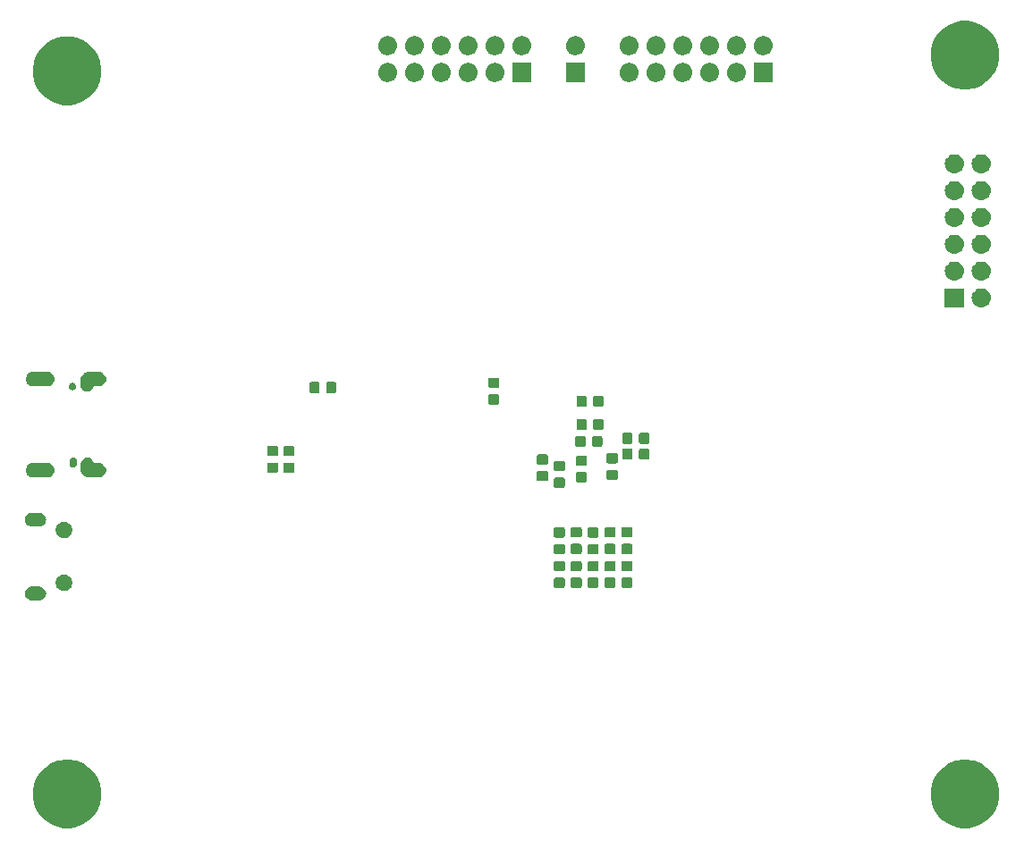
<source format=gbr>
G04 #@! TF.GenerationSoftware,KiCad,Pcbnew,5.0.1*
G04 #@! TF.CreationDate,2018-12-10T00:47:38+01:00*
G04 #@! TF.ProjectId,Kilsyth,4B696C737974682E6B696361645F7063,rev?*
G04 #@! TF.SameCoordinates,Original*
G04 #@! TF.FileFunction,Soldermask,Bot*
G04 #@! TF.FilePolarity,Negative*
%FSLAX46Y46*%
G04 Gerber Fmt 4.6, Leading zero omitted, Abs format (unit mm)*
G04 Created by KiCad (PCBNEW 5.0.1) date Mon 10 Dec 2018 12:47:38 AM CET*
%MOMM*%
%LPD*%
G01*
G04 APERTURE LIST*
%ADD10C,0.100000*%
G04 APERTURE END LIST*
D10*
G36*
X140634239Y-121811467D02*
X140948282Y-121873934D01*
X141539926Y-122119001D01*
X142068802Y-122472385D01*
X142072395Y-122474786D01*
X142525214Y-122927605D01*
X142525216Y-122927608D01*
X142880999Y-123460074D01*
X143126066Y-124051718D01*
X143251000Y-124679804D01*
X143251000Y-125320196D01*
X143126066Y-125948282D01*
X142880999Y-126539926D01*
X142527615Y-127068802D01*
X142525214Y-127072395D01*
X142072395Y-127525214D01*
X142072392Y-127525216D01*
X141539926Y-127880999D01*
X140948282Y-128126066D01*
X140634239Y-128188533D01*
X140320197Y-128251000D01*
X139679803Y-128251000D01*
X139365761Y-128188533D01*
X139051718Y-128126066D01*
X138460074Y-127880999D01*
X137927608Y-127525216D01*
X137927605Y-127525214D01*
X137474786Y-127072395D01*
X137472385Y-127068802D01*
X137119001Y-126539926D01*
X136873934Y-125948282D01*
X136749000Y-125320196D01*
X136749000Y-124679804D01*
X136873934Y-124051718D01*
X137119001Y-123460074D01*
X137474784Y-122927608D01*
X137474786Y-122927605D01*
X137927605Y-122474786D01*
X137931198Y-122472385D01*
X138460074Y-122119001D01*
X139051718Y-121873934D01*
X139365761Y-121811467D01*
X139679803Y-121749000D01*
X140320197Y-121749000D01*
X140634239Y-121811467D01*
X140634239Y-121811467D01*
G37*
G36*
X55634239Y-121811467D02*
X55948282Y-121873934D01*
X56539926Y-122119001D01*
X57068802Y-122472385D01*
X57072395Y-122474786D01*
X57525214Y-122927605D01*
X57525216Y-122927608D01*
X57880999Y-123460074D01*
X58126066Y-124051718D01*
X58251000Y-124679804D01*
X58251000Y-125320196D01*
X58126066Y-125948282D01*
X57880999Y-126539926D01*
X57527615Y-127068802D01*
X57525214Y-127072395D01*
X57072395Y-127525214D01*
X57072392Y-127525216D01*
X56539926Y-127880999D01*
X55948282Y-128126066D01*
X55634239Y-128188533D01*
X55320197Y-128251000D01*
X54679803Y-128251000D01*
X54365761Y-128188533D01*
X54051718Y-128126066D01*
X53460074Y-127880999D01*
X52927608Y-127525216D01*
X52927605Y-127525214D01*
X52474786Y-127072395D01*
X52472385Y-127068802D01*
X52119001Y-126539926D01*
X51873934Y-125948282D01*
X51749000Y-125320196D01*
X51749000Y-124679804D01*
X51873934Y-124051718D01*
X52119001Y-123460074D01*
X52474784Y-122927608D01*
X52474786Y-122927605D01*
X52927605Y-122474786D01*
X52931198Y-122472385D01*
X53460074Y-122119001D01*
X54051718Y-121873934D01*
X54365761Y-121811467D01*
X54679803Y-121749000D01*
X55320197Y-121749000D01*
X55634239Y-121811467D01*
X55634239Y-121811467D01*
G37*
G36*
X52426355Y-105352140D02*
X52490118Y-105358420D01*
X52571927Y-105383237D01*
X52612833Y-105395645D01*
X52629326Y-105404461D01*
X52725926Y-105456095D01*
X52825053Y-105537447D01*
X52906405Y-105636574D01*
X52906406Y-105636576D01*
X52966855Y-105749667D01*
X52966855Y-105749668D01*
X53004080Y-105872382D01*
X53016649Y-106000000D01*
X53004080Y-106127618D01*
X52979263Y-106209427D01*
X52966855Y-106250333D01*
X52913319Y-106350491D01*
X52906405Y-106363426D01*
X52825053Y-106462553D01*
X52725926Y-106543905D01*
X52725924Y-106543906D01*
X52612833Y-106604355D01*
X52571927Y-106616763D01*
X52490118Y-106641580D01*
X52426355Y-106647860D01*
X52394474Y-106651000D01*
X51630526Y-106651000D01*
X51598645Y-106647860D01*
X51534882Y-106641580D01*
X51453073Y-106616763D01*
X51412167Y-106604355D01*
X51299076Y-106543906D01*
X51299074Y-106543905D01*
X51199947Y-106462553D01*
X51118595Y-106363426D01*
X51111681Y-106350491D01*
X51058145Y-106250333D01*
X51045737Y-106209427D01*
X51020920Y-106127618D01*
X51008351Y-106000000D01*
X51020920Y-105872382D01*
X51058145Y-105749668D01*
X51058145Y-105749667D01*
X51118594Y-105636576D01*
X51118595Y-105636574D01*
X51199947Y-105537447D01*
X51299074Y-105456095D01*
X51395674Y-105404461D01*
X51412167Y-105395645D01*
X51453073Y-105383237D01*
X51534882Y-105358420D01*
X51598645Y-105352140D01*
X51630526Y-105349000D01*
X52394474Y-105349000D01*
X52426355Y-105352140D01*
X52426355Y-105352140D01*
G37*
G36*
X54938849Y-104253820D02*
X54938852Y-104253821D01*
X54938851Y-104253821D01*
X55080074Y-104312317D01*
X55080075Y-104312318D01*
X55207174Y-104397243D01*
X55315257Y-104505326D01*
X55315259Y-104505329D01*
X55400183Y-104632426D01*
X55426350Y-104695599D01*
X55458680Y-104773651D01*
X55488500Y-104923569D01*
X55488500Y-105076431D01*
X55458680Y-105226349D01*
X55458679Y-105226351D01*
X55400183Y-105367574D01*
X55400182Y-105367575D01*
X55315257Y-105494674D01*
X55207174Y-105602757D01*
X55207171Y-105602759D01*
X55080074Y-105687683D01*
X54970843Y-105732927D01*
X54938849Y-105746180D01*
X54788931Y-105776000D01*
X54636069Y-105776000D01*
X54486151Y-105746180D01*
X54454157Y-105732927D01*
X54344926Y-105687683D01*
X54217829Y-105602759D01*
X54217826Y-105602757D01*
X54109743Y-105494674D01*
X54024818Y-105367575D01*
X54024817Y-105367574D01*
X53966321Y-105226351D01*
X53966320Y-105226349D01*
X53936500Y-105076431D01*
X53936500Y-104923569D01*
X53966320Y-104773651D01*
X53998650Y-104695599D01*
X54024817Y-104632426D01*
X54109741Y-104505329D01*
X54109743Y-104505326D01*
X54217826Y-104397243D01*
X54344925Y-104312318D01*
X54344926Y-104312317D01*
X54486149Y-104253821D01*
X54486148Y-104253821D01*
X54486151Y-104253820D01*
X54636069Y-104224000D01*
X54788931Y-104224000D01*
X54938849Y-104253820D01*
X54938849Y-104253820D01*
G37*
G36*
X103579591Y-104503085D02*
X103613569Y-104513393D01*
X103644887Y-104530133D01*
X103672339Y-104552661D01*
X103694867Y-104580113D01*
X103711607Y-104611431D01*
X103721915Y-104645409D01*
X103726000Y-104686890D01*
X103726000Y-105288110D01*
X103721915Y-105329591D01*
X103711607Y-105363569D01*
X103694867Y-105394887D01*
X103672339Y-105422339D01*
X103644887Y-105444867D01*
X103613569Y-105461607D01*
X103579591Y-105471915D01*
X103538110Y-105476000D01*
X102861890Y-105476000D01*
X102820409Y-105471915D01*
X102786431Y-105461607D01*
X102755113Y-105444867D01*
X102727661Y-105422339D01*
X102705133Y-105394887D01*
X102688393Y-105363569D01*
X102678085Y-105329591D01*
X102674000Y-105288110D01*
X102674000Y-104686890D01*
X102678085Y-104645409D01*
X102688393Y-104611431D01*
X102705133Y-104580113D01*
X102727661Y-104552661D01*
X102755113Y-104530133D01*
X102786431Y-104513393D01*
X102820409Y-104503085D01*
X102861890Y-104499000D01*
X103538110Y-104499000D01*
X103579591Y-104503085D01*
X103579591Y-104503085D01*
G37*
G36*
X106779591Y-104503085D02*
X106813569Y-104513393D01*
X106844887Y-104530133D01*
X106872339Y-104552661D01*
X106894867Y-104580113D01*
X106911607Y-104611431D01*
X106921915Y-104645409D01*
X106926000Y-104686890D01*
X106926000Y-105288110D01*
X106921915Y-105329591D01*
X106911607Y-105363569D01*
X106894867Y-105394887D01*
X106872339Y-105422339D01*
X106844887Y-105444867D01*
X106813569Y-105461607D01*
X106779591Y-105471915D01*
X106738110Y-105476000D01*
X106061890Y-105476000D01*
X106020409Y-105471915D01*
X105986431Y-105461607D01*
X105955113Y-105444867D01*
X105927661Y-105422339D01*
X105905133Y-105394887D01*
X105888393Y-105363569D01*
X105878085Y-105329591D01*
X105874000Y-105288110D01*
X105874000Y-104686890D01*
X105878085Y-104645409D01*
X105888393Y-104611431D01*
X105905133Y-104580113D01*
X105927661Y-104552661D01*
X105955113Y-104530133D01*
X105986431Y-104513393D01*
X106020409Y-104503085D01*
X106061890Y-104499000D01*
X106738110Y-104499000D01*
X106779591Y-104503085D01*
X106779591Y-104503085D01*
G37*
G36*
X108379591Y-104503085D02*
X108413569Y-104513393D01*
X108444887Y-104530133D01*
X108472339Y-104552661D01*
X108494867Y-104580113D01*
X108511607Y-104611431D01*
X108521915Y-104645409D01*
X108526000Y-104686890D01*
X108526000Y-105288110D01*
X108521915Y-105329591D01*
X108511607Y-105363569D01*
X108494867Y-105394887D01*
X108472339Y-105422339D01*
X108444887Y-105444867D01*
X108413569Y-105461607D01*
X108379591Y-105471915D01*
X108338110Y-105476000D01*
X107661890Y-105476000D01*
X107620409Y-105471915D01*
X107586431Y-105461607D01*
X107555113Y-105444867D01*
X107527661Y-105422339D01*
X107505133Y-105394887D01*
X107488393Y-105363569D01*
X107478085Y-105329591D01*
X107474000Y-105288110D01*
X107474000Y-104686890D01*
X107478085Y-104645409D01*
X107488393Y-104611431D01*
X107505133Y-104580113D01*
X107527661Y-104552661D01*
X107555113Y-104530133D01*
X107586431Y-104513393D01*
X107620409Y-104503085D01*
X107661890Y-104499000D01*
X108338110Y-104499000D01*
X108379591Y-104503085D01*
X108379591Y-104503085D01*
G37*
G36*
X101979591Y-104503085D02*
X102013569Y-104513393D01*
X102044887Y-104530133D01*
X102072339Y-104552661D01*
X102094867Y-104580113D01*
X102111607Y-104611431D01*
X102121915Y-104645409D01*
X102126000Y-104686890D01*
X102126000Y-105288110D01*
X102121915Y-105329591D01*
X102111607Y-105363569D01*
X102094867Y-105394887D01*
X102072339Y-105422339D01*
X102044887Y-105444867D01*
X102013569Y-105461607D01*
X101979591Y-105471915D01*
X101938110Y-105476000D01*
X101261890Y-105476000D01*
X101220409Y-105471915D01*
X101186431Y-105461607D01*
X101155113Y-105444867D01*
X101127661Y-105422339D01*
X101105133Y-105394887D01*
X101088393Y-105363569D01*
X101078085Y-105329591D01*
X101074000Y-105288110D01*
X101074000Y-104686890D01*
X101078085Y-104645409D01*
X101088393Y-104611431D01*
X101105133Y-104580113D01*
X101127661Y-104552661D01*
X101155113Y-104530133D01*
X101186431Y-104513393D01*
X101220409Y-104503085D01*
X101261890Y-104499000D01*
X101938110Y-104499000D01*
X101979591Y-104503085D01*
X101979591Y-104503085D01*
G37*
G36*
X105179591Y-104503085D02*
X105213569Y-104513393D01*
X105244887Y-104530133D01*
X105272339Y-104552661D01*
X105294867Y-104580113D01*
X105311607Y-104611431D01*
X105321915Y-104645409D01*
X105326000Y-104686890D01*
X105326000Y-105288110D01*
X105321915Y-105329591D01*
X105311607Y-105363569D01*
X105294867Y-105394887D01*
X105272339Y-105422339D01*
X105244887Y-105444867D01*
X105213569Y-105461607D01*
X105179591Y-105471915D01*
X105138110Y-105476000D01*
X104461890Y-105476000D01*
X104420409Y-105471915D01*
X104386431Y-105461607D01*
X104355113Y-105444867D01*
X104327661Y-105422339D01*
X104305133Y-105394887D01*
X104288393Y-105363569D01*
X104278085Y-105329591D01*
X104274000Y-105288110D01*
X104274000Y-104686890D01*
X104278085Y-104645409D01*
X104288393Y-104611431D01*
X104305133Y-104580113D01*
X104327661Y-104552661D01*
X104355113Y-104530133D01*
X104386431Y-104513393D01*
X104420409Y-104503085D01*
X104461890Y-104499000D01*
X105138110Y-104499000D01*
X105179591Y-104503085D01*
X105179591Y-104503085D01*
G37*
G36*
X101979591Y-102928085D02*
X102013569Y-102938393D01*
X102044887Y-102955133D01*
X102072339Y-102977661D01*
X102094867Y-103005113D01*
X102111607Y-103036431D01*
X102121915Y-103070409D01*
X102126000Y-103111890D01*
X102126000Y-103713110D01*
X102121915Y-103754591D01*
X102111607Y-103788569D01*
X102094867Y-103819887D01*
X102072339Y-103847339D01*
X102044887Y-103869867D01*
X102013569Y-103886607D01*
X101979591Y-103896915D01*
X101938110Y-103901000D01*
X101261890Y-103901000D01*
X101220409Y-103896915D01*
X101186431Y-103886607D01*
X101155113Y-103869867D01*
X101127661Y-103847339D01*
X101105133Y-103819887D01*
X101088393Y-103788569D01*
X101078085Y-103754591D01*
X101074000Y-103713110D01*
X101074000Y-103111890D01*
X101078085Y-103070409D01*
X101088393Y-103036431D01*
X101105133Y-103005113D01*
X101127661Y-102977661D01*
X101155113Y-102955133D01*
X101186431Y-102938393D01*
X101220409Y-102928085D01*
X101261890Y-102924000D01*
X101938110Y-102924000D01*
X101979591Y-102928085D01*
X101979591Y-102928085D01*
G37*
G36*
X103579591Y-102928085D02*
X103613569Y-102938393D01*
X103644887Y-102955133D01*
X103672339Y-102977661D01*
X103694867Y-103005113D01*
X103711607Y-103036431D01*
X103721915Y-103070409D01*
X103726000Y-103111890D01*
X103726000Y-103713110D01*
X103721915Y-103754591D01*
X103711607Y-103788569D01*
X103694867Y-103819887D01*
X103672339Y-103847339D01*
X103644887Y-103869867D01*
X103613569Y-103886607D01*
X103579591Y-103896915D01*
X103538110Y-103901000D01*
X102861890Y-103901000D01*
X102820409Y-103896915D01*
X102786431Y-103886607D01*
X102755113Y-103869867D01*
X102727661Y-103847339D01*
X102705133Y-103819887D01*
X102688393Y-103788569D01*
X102678085Y-103754591D01*
X102674000Y-103713110D01*
X102674000Y-103111890D01*
X102678085Y-103070409D01*
X102688393Y-103036431D01*
X102705133Y-103005113D01*
X102727661Y-102977661D01*
X102755113Y-102955133D01*
X102786431Y-102938393D01*
X102820409Y-102928085D01*
X102861890Y-102924000D01*
X103538110Y-102924000D01*
X103579591Y-102928085D01*
X103579591Y-102928085D01*
G37*
G36*
X105179591Y-102928085D02*
X105213569Y-102938393D01*
X105244887Y-102955133D01*
X105272339Y-102977661D01*
X105294867Y-103005113D01*
X105311607Y-103036431D01*
X105321915Y-103070409D01*
X105326000Y-103111890D01*
X105326000Y-103713110D01*
X105321915Y-103754591D01*
X105311607Y-103788569D01*
X105294867Y-103819887D01*
X105272339Y-103847339D01*
X105244887Y-103869867D01*
X105213569Y-103886607D01*
X105179591Y-103896915D01*
X105138110Y-103901000D01*
X104461890Y-103901000D01*
X104420409Y-103896915D01*
X104386431Y-103886607D01*
X104355113Y-103869867D01*
X104327661Y-103847339D01*
X104305133Y-103819887D01*
X104288393Y-103788569D01*
X104278085Y-103754591D01*
X104274000Y-103713110D01*
X104274000Y-103111890D01*
X104278085Y-103070409D01*
X104288393Y-103036431D01*
X104305133Y-103005113D01*
X104327661Y-102977661D01*
X104355113Y-102955133D01*
X104386431Y-102938393D01*
X104420409Y-102928085D01*
X104461890Y-102924000D01*
X105138110Y-102924000D01*
X105179591Y-102928085D01*
X105179591Y-102928085D01*
G37*
G36*
X108379591Y-102928085D02*
X108413569Y-102938393D01*
X108444887Y-102955133D01*
X108472339Y-102977661D01*
X108494867Y-103005113D01*
X108511607Y-103036431D01*
X108521915Y-103070409D01*
X108526000Y-103111890D01*
X108526000Y-103713110D01*
X108521915Y-103754591D01*
X108511607Y-103788569D01*
X108494867Y-103819887D01*
X108472339Y-103847339D01*
X108444887Y-103869867D01*
X108413569Y-103886607D01*
X108379591Y-103896915D01*
X108338110Y-103901000D01*
X107661890Y-103901000D01*
X107620409Y-103896915D01*
X107586431Y-103886607D01*
X107555113Y-103869867D01*
X107527661Y-103847339D01*
X107505133Y-103819887D01*
X107488393Y-103788569D01*
X107478085Y-103754591D01*
X107474000Y-103713110D01*
X107474000Y-103111890D01*
X107478085Y-103070409D01*
X107488393Y-103036431D01*
X107505133Y-103005113D01*
X107527661Y-102977661D01*
X107555113Y-102955133D01*
X107586431Y-102938393D01*
X107620409Y-102928085D01*
X107661890Y-102924000D01*
X108338110Y-102924000D01*
X108379591Y-102928085D01*
X108379591Y-102928085D01*
G37*
G36*
X106779591Y-102928085D02*
X106813569Y-102938393D01*
X106844887Y-102955133D01*
X106872339Y-102977661D01*
X106894867Y-103005113D01*
X106911607Y-103036431D01*
X106921915Y-103070409D01*
X106926000Y-103111890D01*
X106926000Y-103713110D01*
X106921915Y-103754591D01*
X106911607Y-103788569D01*
X106894867Y-103819887D01*
X106872339Y-103847339D01*
X106844887Y-103869867D01*
X106813569Y-103886607D01*
X106779591Y-103896915D01*
X106738110Y-103901000D01*
X106061890Y-103901000D01*
X106020409Y-103896915D01*
X105986431Y-103886607D01*
X105955113Y-103869867D01*
X105927661Y-103847339D01*
X105905133Y-103819887D01*
X105888393Y-103788569D01*
X105878085Y-103754591D01*
X105874000Y-103713110D01*
X105874000Y-103111890D01*
X105878085Y-103070409D01*
X105888393Y-103036431D01*
X105905133Y-103005113D01*
X105927661Y-102977661D01*
X105955113Y-102955133D01*
X105986431Y-102938393D01*
X106020409Y-102928085D01*
X106061890Y-102924000D01*
X106738110Y-102924000D01*
X106779591Y-102928085D01*
X106779591Y-102928085D01*
G37*
G36*
X105179591Y-101315585D02*
X105213569Y-101325893D01*
X105244887Y-101342633D01*
X105272339Y-101365161D01*
X105294867Y-101392613D01*
X105311607Y-101423931D01*
X105321915Y-101457909D01*
X105326000Y-101499390D01*
X105326000Y-102100610D01*
X105321915Y-102142091D01*
X105311607Y-102176069D01*
X105294867Y-102207387D01*
X105272339Y-102234839D01*
X105244887Y-102257367D01*
X105213569Y-102274107D01*
X105179591Y-102284415D01*
X105138110Y-102288500D01*
X104461890Y-102288500D01*
X104420409Y-102284415D01*
X104386431Y-102274107D01*
X104355113Y-102257367D01*
X104327661Y-102234839D01*
X104305133Y-102207387D01*
X104288393Y-102176069D01*
X104278085Y-102142091D01*
X104274000Y-102100610D01*
X104274000Y-101499390D01*
X104278085Y-101457909D01*
X104288393Y-101423931D01*
X104305133Y-101392613D01*
X104327661Y-101365161D01*
X104355113Y-101342633D01*
X104386431Y-101325893D01*
X104420409Y-101315585D01*
X104461890Y-101311500D01*
X105138110Y-101311500D01*
X105179591Y-101315585D01*
X105179591Y-101315585D01*
G37*
G36*
X101979591Y-101315585D02*
X102013569Y-101325893D01*
X102044887Y-101342633D01*
X102072339Y-101365161D01*
X102094867Y-101392613D01*
X102111607Y-101423931D01*
X102121915Y-101457909D01*
X102126000Y-101499390D01*
X102126000Y-102100610D01*
X102121915Y-102142091D01*
X102111607Y-102176069D01*
X102094867Y-102207387D01*
X102072339Y-102234839D01*
X102044887Y-102257367D01*
X102013569Y-102274107D01*
X101979591Y-102284415D01*
X101938110Y-102288500D01*
X101261890Y-102288500D01*
X101220409Y-102284415D01*
X101186431Y-102274107D01*
X101155113Y-102257367D01*
X101127661Y-102234839D01*
X101105133Y-102207387D01*
X101088393Y-102176069D01*
X101078085Y-102142091D01*
X101074000Y-102100610D01*
X101074000Y-101499390D01*
X101078085Y-101457909D01*
X101088393Y-101423931D01*
X101105133Y-101392613D01*
X101127661Y-101365161D01*
X101155113Y-101342633D01*
X101186431Y-101325893D01*
X101220409Y-101315585D01*
X101261890Y-101311500D01*
X101938110Y-101311500D01*
X101979591Y-101315585D01*
X101979591Y-101315585D01*
G37*
G36*
X106779591Y-101303085D02*
X106813569Y-101313393D01*
X106844887Y-101330133D01*
X106872339Y-101352661D01*
X106894867Y-101380113D01*
X106911607Y-101411431D01*
X106921915Y-101445409D01*
X106926000Y-101486890D01*
X106926000Y-102088110D01*
X106921915Y-102129591D01*
X106911607Y-102163569D01*
X106894867Y-102194887D01*
X106872339Y-102222339D01*
X106844887Y-102244867D01*
X106813569Y-102261607D01*
X106779591Y-102271915D01*
X106738110Y-102276000D01*
X106061890Y-102276000D01*
X106020409Y-102271915D01*
X105986431Y-102261607D01*
X105955113Y-102244867D01*
X105927661Y-102222339D01*
X105905133Y-102194887D01*
X105888393Y-102163569D01*
X105878085Y-102129591D01*
X105874000Y-102088110D01*
X105874000Y-101486890D01*
X105878085Y-101445409D01*
X105888393Y-101411431D01*
X105905133Y-101380113D01*
X105927661Y-101352661D01*
X105955113Y-101330133D01*
X105986431Y-101313393D01*
X106020409Y-101303085D01*
X106061890Y-101299000D01*
X106738110Y-101299000D01*
X106779591Y-101303085D01*
X106779591Y-101303085D01*
G37*
G36*
X108379591Y-101303085D02*
X108413569Y-101313393D01*
X108444887Y-101330133D01*
X108472339Y-101352661D01*
X108494867Y-101380113D01*
X108511607Y-101411431D01*
X108521915Y-101445409D01*
X108526000Y-101486890D01*
X108526000Y-102088110D01*
X108521915Y-102129591D01*
X108511607Y-102163569D01*
X108494867Y-102194887D01*
X108472339Y-102222339D01*
X108444887Y-102244867D01*
X108413569Y-102261607D01*
X108379591Y-102271915D01*
X108338110Y-102276000D01*
X107661890Y-102276000D01*
X107620409Y-102271915D01*
X107586431Y-102261607D01*
X107555113Y-102244867D01*
X107527661Y-102222339D01*
X107505133Y-102194887D01*
X107488393Y-102163569D01*
X107478085Y-102129591D01*
X107474000Y-102088110D01*
X107474000Y-101486890D01*
X107478085Y-101445409D01*
X107488393Y-101411431D01*
X107505133Y-101380113D01*
X107527661Y-101352661D01*
X107555113Y-101330133D01*
X107586431Y-101313393D01*
X107620409Y-101303085D01*
X107661890Y-101299000D01*
X108338110Y-101299000D01*
X108379591Y-101303085D01*
X108379591Y-101303085D01*
G37*
G36*
X103579591Y-101303085D02*
X103613569Y-101313393D01*
X103644887Y-101330133D01*
X103672339Y-101352661D01*
X103694867Y-101380113D01*
X103711607Y-101411431D01*
X103721915Y-101445409D01*
X103726000Y-101486890D01*
X103726000Y-102088110D01*
X103721915Y-102129591D01*
X103711607Y-102163569D01*
X103694867Y-102194887D01*
X103672339Y-102222339D01*
X103644887Y-102244867D01*
X103613569Y-102261607D01*
X103579591Y-102271915D01*
X103538110Y-102276000D01*
X102861890Y-102276000D01*
X102820409Y-102271915D01*
X102786431Y-102261607D01*
X102755113Y-102244867D01*
X102727661Y-102222339D01*
X102705133Y-102194887D01*
X102688393Y-102163569D01*
X102678085Y-102129591D01*
X102674000Y-102088110D01*
X102674000Y-101486890D01*
X102678085Y-101445409D01*
X102688393Y-101411431D01*
X102705133Y-101380113D01*
X102727661Y-101352661D01*
X102755113Y-101330133D01*
X102786431Y-101313393D01*
X102820409Y-101303085D01*
X102861890Y-101299000D01*
X103538110Y-101299000D01*
X103579591Y-101303085D01*
X103579591Y-101303085D01*
G37*
G36*
X54938849Y-99253820D02*
X54938852Y-99253821D01*
X54938851Y-99253821D01*
X55080074Y-99312317D01*
X55205456Y-99396095D01*
X55207174Y-99397243D01*
X55315257Y-99505326D01*
X55315259Y-99505329D01*
X55400183Y-99632426D01*
X55444076Y-99738393D01*
X55458680Y-99773651D01*
X55488500Y-99923569D01*
X55488500Y-100076431D01*
X55458680Y-100226349D01*
X55458679Y-100226351D01*
X55400183Y-100367574D01*
X55400182Y-100367575D01*
X55315257Y-100494674D01*
X55207174Y-100602757D01*
X55207171Y-100602759D01*
X55080074Y-100687683D01*
X54970843Y-100732927D01*
X54938849Y-100746180D01*
X54788931Y-100776000D01*
X54636069Y-100776000D01*
X54486151Y-100746180D01*
X54454157Y-100732927D01*
X54344926Y-100687683D01*
X54217829Y-100602759D01*
X54217826Y-100602757D01*
X54109743Y-100494674D01*
X54024818Y-100367575D01*
X54024817Y-100367574D01*
X53966321Y-100226351D01*
X53966320Y-100226349D01*
X53936500Y-100076431D01*
X53936500Y-99923569D01*
X53966320Y-99773651D01*
X53980924Y-99738393D01*
X54024817Y-99632426D01*
X54109741Y-99505329D01*
X54109743Y-99505326D01*
X54217826Y-99397243D01*
X54219544Y-99396095D01*
X54344926Y-99312317D01*
X54486149Y-99253821D01*
X54486148Y-99253821D01*
X54486151Y-99253820D01*
X54636069Y-99224000D01*
X54788931Y-99224000D01*
X54938849Y-99253820D01*
X54938849Y-99253820D01*
G37*
G36*
X101979591Y-99740585D02*
X102013569Y-99750893D01*
X102044887Y-99767633D01*
X102072339Y-99790161D01*
X102094867Y-99817613D01*
X102111607Y-99848931D01*
X102121915Y-99882909D01*
X102126000Y-99924390D01*
X102126000Y-100525610D01*
X102121915Y-100567091D01*
X102111607Y-100601069D01*
X102094867Y-100632387D01*
X102072339Y-100659839D01*
X102044887Y-100682367D01*
X102013569Y-100699107D01*
X101979591Y-100709415D01*
X101938110Y-100713500D01*
X101261890Y-100713500D01*
X101220409Y-100709415D01*
X101186431Y-100699107D01*
X101155113Y-100682367D01*
X101127661Y-100659839D01*
X101105133Y-100632387D01*
X101088393Y-100601069D01*
X101078085Y-100567091D01*
X101074000Y-100525610D01*
X101074000Y-99924390D01*
X101078085Y-99882909D01*
X101088393Y-99848931D01*
X101105133Y-99817613D01*
X101127661Y-99790161D01*
X101155113Y-99767633D01*
X101186431Y-99750893D01*
X101220409Y-99740585D01*
X101261890Y-99736500D01*
X101938110Y-99736500D01*
X101979591Y-99740585D01*
X101979591Y-99740585D01*
G37*
G36*
X105179591Y-99740585D02*
X105213569Y-99750893D01*
X105244887Y-99767633D01*
X105272339Y-99790161D01*
X105294867Y-99817613D01*
X105311607Y-99848931D01*
X105321915Y-99882909D01*
X105326000Y-99924390D01*
X105326000Y-100525610D01*
X105321915Y-100567091D01*
X105311607Y-100601069D01*
X105294867Y-100632387D01*
X105272339Y-100659839D01*
X105244887Y-100682367D01*
X105213569Y-100699107D01*
X105179591Y-100709415D01*
X105138110Y-100713500D01*
X104461890Y-100713500D01*
X104420409Y-100709415D01*
X104386431Y-100699107D01*
X104355113Y-100682367D01*
X104327661Y-100659839D01*
X104305133Y-100632387D01*
X104288393Y-100601069D01*
X104278085Y-100567091D01*
X104274000Y-100525610D01*
X104274000Y-99924390D01*
X104278085Y-99882909D01*
X104288393Y-99848931D01*
X104305133Y-99817613D01*
X104327661Y-99790161D01*
X104355113Y-99767633D01*
X104386431Y-99750893D01*
X104420409Y-99740585D01*
X104461890Y-99736500D01*
X105138110Y-99736500D01*
X105179591Y-99740585D01*
X105179591Y-99740585D01*
G37*
G36*
X106779591Y-99728085D02*
X106813569Y-99738393D01*
X106844887Y-99755133D01*
X106872339Y-99777661D01*
X106894867Y-99805113D01*
X106911607Y-99836431D01*
X106921915Y-99870409D01*
X106926000Y-99911890D01*
X106926000Y-100513110D01*
X106921915Y-100554591D01*
X106911607Y-100588569D01*
X106894867Y-100619887D01*
X106872339Y-100647339D01*
X106844887Y-100669867D01*
X106813569Y-100686607D01*
X106779591Y-100696915D01*
X106738110Y-100701000D01*
X106061890Y-100701000D01*
X106020409Y-100696915D01*
X105986431Y-100686607D01*
X105955113Y-100669867D01*
X105927661Y-100647339D01*
X105905133Y-100619887D01*
X105888393Y-100588569D01*
X105878085Y-100554591D01*
X105874000Y-100513110D01*
X105874000Y-99911890D01*
X105878085Y-99870409D01*
X105888393Y-99836431D01*
X105905133Y-99805113D01*
X105927661Y-99777661D01*
X105955113Y-99755133D01*
X105986431Y-99738393D01*
X106020409Y-99728085D01*
X106061890Y-99724000D01*
X106738110Y-99724000D01*
X106779591Y-99728085D01*
X106779591Y-99728085D01*
G37*
G36*
X103579591Y-99728085D02*
X103613569Y-99738393D01*
X103644887Y-99755133D01*
X103672339Y-99777661D01*
X103694867Y-99805113D01*
X103711607Y-99836431D01*
X103721915Y-99870409D01*
X103726000Y-99911890D01*
X103726000Y-100513110D01*
X103721915Y-100554591D01*
X103711607Y-100588569D01*
X103694867Y-100619887D01*
X103672339Y-100647339D01*
X103644887Y-100669867D01*
X103613569Y-100686607D01*
X103579591Y-100696915D01*
X103538110Y-100701000D01*
X102861890Y-100701000D01*
X102820409Y-100696915D01*
X102786431Y-100686607D01*
X102755113Y-100669867D01*
X102727661Y-100647339D01*
X102705133Y-100619887D01*
X102688393Y-100588569D01*
X102678085Y-100554591D01*
X102674000Y-100513110D01*
X102674000Y-99911890D01*
X102678085Y-99870409D01*
X102688393Y-99836431D01*
X102705133Y-99805113D01*
X102727661Y-99777661D01*
X102755113Y-99755133D01*
X102786431Y-99738393D01*
X102820409Y-99728085D01*
X102861890Y-99724000D01*
X103538110Y-99724000D01*
X103579591Y-99728085D01*
X103579591Y-99728085D01*
G37*
G36*
X108379591Y-99728085D02*
X108413569Y-99738393D01*
X108444887Y-99755133D01*
X108472339Y-99777661D01*
X108494867Y-99805113D01*
X108511607Y-99836431D01*
X108521915Y-99870409D01*
X108526000Y-99911890D01*
X108526000Y-100513110D01*
X108521915Y-100554591D01*
X108511607Y-100588569D01*
X108494867Y-100619887D01*
X108472339Y-100647339D01*
X108444887Y-100669867D01*
X108413569Y-100686607D01*
X108379591Y-100696915D01*
X108338110Y-100701000D01*
X107661890Y-100701000D01*
X107620409Y-100696915D01*
X107586431Y-100686607D01*
X107555113Y-100669867D01*
X107527661Y-100647339D01*
X107505133Y-100619887D01*
X107488393Y-100588569D01*
X107478085Y-100554591D01*
X107474000Y-100513110D01*
X107474000Y-99911890D01*
X107478085Y-99870409D01*
X107488393Y-99836431D01*
X107505133Y-99805113D01*
X107527661Y-99777661D01*
X107555113Y-99755133D01*
X107586431Y-99738393D01*
X107620409Y-99728085D01*
X107661890Y-99724000D01*
X108338110Y-99724000D01*
X108379591Y-99728085D01*
X108379591Y-99728085D01*
G37*
G36*
X52426355Y-98352140D02*
X52490118Y-98358420D01*
X52571927Y-98383237D01*
X52612833Y-98395645D01*
X52712991Y-98449181D01*
X52725926Y-98456095D01*
X52825053Y-98537447D01*
X52906405Y-98636574D01*
X52906406Y-98636576D01*
X52966855Y-98749667D01*
X52966855Y-98749668D01*
X53004080Y-98872382D01*
X53016649Y-99000000D01*
X53004080Y-99127618D01*
X52979263Y-99209427D01*
X52966855Y-99250333D01*
X52933723Y-99312318D01*
X52906405Y-99363426D01*
X52825053Y-99462553D01*
X52725926Y-99543905D01*
X52725924Y-99543906D01*
X52612833Y-99604355D01*
X52571927Y-99616763D01*
X52490118Y-99641580D01*
X52426355Y-99647860D01*
X52394474Y-99651000D01*
X51630526Y-99651000D01*
X51598645Y-99647860D01*
X51534882Y-99641580D01*
X51453073Y-99616763D01*
X51412167Y-99604355D01*
X51299076Y-99543906D01*
X51299074Y-99543905D01*
X51199947Y-99462553D01*
X51118595Y-99363426D01*
X51091277Y-99312318D01*
X51058145Y-99250333D01*
X51045737Y-99209427D01*
X51020920Y-99127618D01*
X51008351Y-99000000D01*
X51020920Y-98872382D01*
X51058145Y-98749668D01*
X51058145Y-98749667D01*
X51118594Y-98636576D01*
X51118595Y-98636574D01*
X51199947Y-98537447D01*
X51299074Y-98456095D01*
X51312009Y-98449181D01*
X51412167Y-98395645D01*
X51453073Y-98383237D01*
X51534882Y-98358420D01*
X51598645Y-98352140D01*
X51630526Y-98349000D01*
X52394474Y-98349000D01*
X52426355Y-98352140D01*
X52426355Y-98352140D01*
G37*
G36*
X101979591Y-95015585D02*
X102013569Y-95025893D01*
X102044887Y-95042633D01*
X102072339Y-95065161D01*
X102094867Y-95092613D01*
X102111607Y-95123931D01*
X102121915Y-95157909D01*
X102126000Y-95199390D01*
X102126000Y-95800610D01*
X102121915Y-95842091D01*
X102111607Y-95876069D01*
X102094867Y-95907387D01*
X102072339Y-95934839D01*
X102044887Y-95957367D01*
X102013569Y-95974107D01*
X101979591Y-95984415D01*
X101938110Y-95988500D01*
X101261890Y-95988500D01*
X101220409Y-95984415D01*
X101186431Y-95974107D01*
X101155113Y-95957367D01*
X101127661Y-95934839D01*
X101105133Y-95907387D01*
X101088393Y-95876069D01*
X101078085Y-95842091D01*
X101074000Y-95800610D01*
X101074000Y-95199390D01*
X101078085Y-95157909D01*
X101088393Y-95123931D01*
X101105133Y-95092613D01*
X101127661Y-95065161D01*
X101155113Y-95042633D01*
X101186431Y-95025893D01*
X101220409Y-95015585D01*
X101261890Y-95011500D01*
X101938110Y-95011500D01*
X101979591Y-95015585D01*
X101979591Y-95015585D01*
G37*
G36*
X104079591Y-94515585D02*
X104113569Y-94525893D01*
X104144887Y-94542633D01*
X104172339Y-94565161D01*
X104194867Y-94592613D01*
X104211607Y-94623931D01*
X104221915Y-94657909D01*
X104226000Y-94699390D01*
X104226000Y-95300610D01*
X104221915Y-95342091D01*
X104211607Y-95376069D01*
X104194867Y-95407387D01*
X104172339Y-95434839D01*
X104144887Y-95457367D01*
X104113569Y-95474107D01*
X104079591Y-95484415D01*
X104038110Y-95488500D01*
X103361890Y-95488500D01*
X103320409Y-95484415D01*
X103286431Y-95474107D01*
X103255113Y-95457367D01*
X103227661Y-95434839D01*
X103205133Y-95407387D01*
X103188393Y-95376069D01*
X103178085Y-95342091D01*
X103174000Y-95300610D01*
X103174000Y-94699390D01*
X103178085Y-94657909D01*
X103188393Y-94623931D01*
X103205133Y-94592613D01*
X103227661Y-94565161D01*
X103255113Y-94542633D01*
X103286431Y-94525893D01*
X103320409Y-94515585D01*
X103361890Y-94511500D01*
X104038110Y-94511500D01*
X104079591Y-94515585D01*
X104079591Y-94515585D01*
G37*
G36*
X100379591Y-94403085D02*
X100413569Y-94413393D01*
X100444887Y-94430133D01*
X100472339Y-94452661D01*
X100494867Y-94480113D01*
X100511607Y-94511431D01*
X100521915Y-94545409D01*
X100526000Y-94586890D01*
X100526000Y-95188110D01*
X100521915Y-95229591D01*
X100511607Y-95263569D01*
X100494867Y-95294887D01*
X100472339Y-95322339D01*
X100444887Y-95344867D01*
X100413569Y-95361607D01*
X100379591Y-95371915D01*
X100338110Y-95376000D01*
X99661890Y-95376000D01*
X99620409Y-95371915D01*
X99586431Y-95361607D01*
X99555113Y-95344867D01*
X99527661Y-95322339D01*
X99505133Y-95294887D01*
X99488393Y-95263569D01*
X99478085Y-95229591D01*
X99474000Y-95188110D01*
X99474000Y-94586890D01*
X99478085Y-94545409D01*
X99488393Y-94511431D01*
X99505133Y-94480113D01*
X99527661Y-94452661D01*
X99555113Y-94430133D01*
X99586431Y-94413393D01*
X99620409Y-94403085D01*
X99661890Y-94399000D01*
X100338110Y-94399000D01*
X100379591Y-94403085D01*
X100379591Y-94403085D01*
G37*
G36*
X106979591Y-94290585D02*
X107013569Y-94300893D01*
X107044887Y-94317633D01*
X107072339Y-94340161D01*
X107094867Y-94367613D01*
X107111607Y-94398931D01*
X107121915Y-94432909D01*
X107126000Y-94474390D01*
X107126000Y-95075610D01*
X107121915Y-95117091D01*
X107111607Y-95151069D01*
X107094867Y-95182387D01*
X107072339Y-95209839D01*
X107044887Y-95232367D01*
X107013569Y-95249107D01*
X106979591Y-95259415D01*
X106938110Y-95263500D01*
X106261890Y-95263500D01*
X106220409Y-95259415D01*
X106186431Y-95249107D01*
X106155113Y-95232367D01*
X106127661Y-95209839D01*
X106105133Y-95182387D01*
X106088393Y-95151069D01*
X106078085Y-95117091D01*
X106074000Y-95075610D01*
X106074000Y-94474390D01*
X106078085Y-94432909D01*
X106088393Y-94398931D01*
X106105133Y-94367613D01*
X106127661Y-94340161D01*
X106155113Y-94317633D01*
X106186431Y-94300893D01*
X106220409Y-94290585D01*
X106261890Y-94286500D01*
X106938110Y-94286500D01*
X106979591Y-94290585D01*
X106979591Y-94290585D01*
G37*
G36*
X53237421Y-93629143D02*
X53369557Y-93669227D01*
X53369559Y-93669228D01*
X53491339Y-93734320D01*
X53598080Y-93821920D01*
X53685680Y-93928661D01*
X53733569Y-94018257D01*
X53750773Y-94050443D01*
X53790857Y-94182579D01*
X53804391Y-94320000D01*
X53790857Y-94457421D01*
X53752750Y-94583039D01*
X53750772Y-94589559D01*
X53685680Y-94711339D01*
X53598080Y-94818080D01*
X53491339Y-94905680D01*
X53386756Y-94961580D01*
X53369557Y-94970773D01*
X53237421Y-95010857D01*
X53134432Y-95021000D01*
X51765568Y-95021000D01*
X51662579Y-95010857D01*
X51530443Y-94970773D01*
X51513244Y-94961580D01*
X51408661Y-94905680D01*
X51301920Y-94818080D01*
X51214320Y-94711339D01*
X51149228Y-94589559D01*
X51147250Y-94583039D01*
X51109143Y-94457421D01*
X51095609Y-94320000D01*
X51109143Y-94182579D01*
X51149227Y-94050443D01*
X51166431Y-94018257D01*
X51214320Y-93928661D01*
X51301920Y-93821920D01*
X51408661Y-93734320D01*
X51530441Y-93669228D01*
X51530443Y-93669227D01*
X51662579Y-93629143D01*
X51765568Y-93619000D01*
X53134432Y-93619000D01*
X53237421Y-93629143D01*
X53237421Y-93629143D01*
G37*
G36*
X57027818Y-93112696D02*
X57141105Y-93147062D01*
X57245513Y-93202869D01*
X57337027Y-93277973D01*
X57412131Y-93369487D01*
X57467938Y-93473895D01*
X57500212Y-93580286D01*
X57509589Y-93602925D01*
X57523203Y-93623300D01*
X57540531Y-93640627D01*
X57560905Y-93654241D01*
X57583544Y-93663618D01*
X57619829Y-93669000D01*
X58081974Y-93669000D01*
X58113855Y-93672140D01*
X58177618Y-93678420D01*
X58259427Y-93703237D01*
X58300333Y-93715645D01*
X58364194Y-93749780D01*
X58413426Y-93776095D01*
X58512553Y-93857447D01*
X58593905Y-93956574D01*
X58593906Y-93956576D01*
X58654355Y-94069667D01*
X58656791Y-94077698D01*
X58691580Y-94192382D01*
X58704149Y-94320000D01*
X58691580Y-94447618D01*
X58670962Y-94515585D01*
X58654355Y-94570333D01*
X58647563Y-94583039D01*
X58593905Y-94683426D01*
X58512553Y-94782553D01*
X58413426Y-94863905D01*
X58413424Y-94863906D01*
X58300333Y-94924355D01*
X58259427Y-94936763D01*
X58177618Y-94961580D01*
X58113855Y-94967860D01*
X58081974Y-94971000D01*
X56918026Y-94971000D01*
X56886145Y-94967860D01*
X56822382Y-94961580D01*
X56740573Y-94936763D01*
X56699667Y-94924355D01*
X56586576Y-94863906D01*
X56586574Y-94863905D01*
X56487447Y-94782553D01*
X56406095Y-94683426D01*
X56352437Y-94583039D01*
X56345645Y-94570333D01*
X56329038Y-94515585D01*
X56308420Y-94447618D01*
X56295851Y-94320000D01*
X56308398Y-94192603D01*
X56309000Y-94180356D01*
X56309000Y-93675481D01*
X56317696Y-93587182D01*
X56352061Y-93473898D01*
X56407871Y-93369486D01*
X56482974Y-93277973D01*
X56574488Y-93202869D01*
X56678896Y-93147062D01*
X56792183Y-93112696D01*
X56910000Y-93101093D01*
X57027818Y-93112696D01*
X57027818Y-93112696D01*
G37*
G36*
X76379591Y-93603085D02*
X76413569Y-93613393D01*
X76444887Y-93630133D01*
X76472339Y-93652661D01*
X76494867Y-93680113D01*
X76511607Y-93711431D01*
X76521915Y-93745409D01*
X76526000Y-93786890D01*
X76526000Y-94388110D01*
X76521915Y-94429591D01*
X76511607Y-94463569D01*
X76494867Y-94494887D01*
X76472339Y-94522339D01*
X76444887Y-94544867D01*
X76413569Y-94561607D01*
X76379591Y-94571915D01*
X76338110Y-94576000D01*
X75661890Y-94576000D01*
X75620409Y-94571915D01*
X75586431Y-94561607D01*
X75555113Y-94544867D01*
X75527661Y-94522339D01*
X75505133Y-94494887D01*
X75488393Y-94463569D01*
X75478085Y-94429591D01*
X75474000Y-94388110D01*
X75474000Y-93786890D01*
X75478085Y-93745409D01*
X75488393Y-93711431D01*
X75505133Y-93680113D01*
X75527661Y-93652661D01*
X75555113Y-93630133D01*
X75586431Y-93613393D01*
X75620409Y-93603085D01*
X75661890Y-93599000D01*
X76338110Y-93599000D01*
X76379591Y-93603085D01*
X76379591Y-93603085D01*
G37*
G36*
X74829591Y-93603085D02*
X74863569Y-93613393D01*
X74894887Y-93630133D01*
X74922339Y-93652661D01*
X74944867Y-93680113D01*
X74961607Y-93711431D01*
X74971915Y-93745409D01*
X74976000Y-93786890D01*
X74976000Y-94388110D01*
X74971915Y-94429591D01*
X74961607Y-94463569D01*
X74944867Y-94494887D01*
X74922339Y-94522339D01*
X74894887Y-94544867D01*
X74863569Y-94561607D01*
X74829591Y-94571915D01*
X74788110Y-94576000D01*
X74111890Y-94576000D01*
X74070409Y-94571915D01*
X74036431Y-94561607D01*
X74005113Y-94544867D01*
X73977661Y-94522339D01*
X73955133Y-94494887D01*
X73938393Y-94463569D01*
X73928085Y-94429591D01*
X73924000Y-94388110D01*
X73924000Y-93786890D01*
X73928085Y-93745409D01*
X73938393Y-93711431D01*
X73955133Y-93680113D01*
X73977661Y-93652661D01*
X74005113Y-93630133D01*
X74036431Y-93613393D01*
X74070409Y-93603085D01*
X74111890Y-93599000D01*
X74788110Y-93599000D01*
X74829591Y-93603085D01*
X74829591Y-93603085D01*
G37*
G36*
X101979591Y-93440585D02*
X102013569Y-93450893D01*
X102044887Y-93467633D01*
X102072339Y-93490161D01*
X102094867Y-93517613D01*
X102111607Y-93548931D01*
X102121915Y-93582909D01*
X102126000Y-93624390D01*
X102126000Y-94225610D01*
X102121915Y-94267091D01*
X102111607Y-94301069D01*
X102094867Y-94332387D01*
X102072339Y-94359839D01*
X102044887Y-94382367D01*
X102013569Y-94399107D01*
X101979591Y-94409415D01*
X101938110Y-94413500D01*
X101261890Y-94413500D01*
X101220409Y-94409415D01*
X101186431Y-94399107D01*
X101155113Y-94382367D01*
X101127661Y-94359839D01*
X101105133Y-94332387D01*
X101088393Y-94301069D01*
X101078085Y-94267091D01*
X101074000Y-94225610D01*
X101074000Y-93624390D01*
X101078085Y-93582909D01*
X101088393Y-93548931D01*
X101105133Y-93517613D01*
X101127661Y-93490161D01*
X101155113Y-93467633D01*
X101186431Y-93450893D01*
X101220409Y-93440585D01*
X101261890Y-93436500D01*
X101938110Y-93436500D01*
X101979591Y-93440585D01*
X101979591Y-93440585D01*
G37*
G36*
X55633809Y-93129078D02*
X55699970Y-93149148D01*
X55740623Y-93170878D01*
X55760949Y-93181742D01*
X55814395Y-93225605D01*
X55858258Y-93279051D01*
X55869122Y-93299377D01*
X55890852Y-93340030D01*
X55910922Y-93406191D01*
X55916000Y-93457755D01*
X55916000Y-93742244D01*
X55910922Y-93793809D01*
X55890852Y-93859970D01*
X55869122Y-93900623D01*
X55858259Y-93920948D01*
X55858257Y-93920950D01*
X55814395Y-93974395D01*
X55760949Y-94018258D01*
X55699971Y-94050851D01*
X55633808Y-94070922D01*
X55565000Y-94077698D01*
X55496191Y-94070922D01*
X55430030Y-94050852D01*
X55389377Y-94029122D01*
X55369051Y-94018258D01*
X55360925Y-94011589D01*
X55315605Y-93974395D01*
X55271742Y-93920949D01*
X55239149Y-93859971D01*
X55219078Y-93793808D01*
X55214000Y-93742243D01*
X55214000Y-93457756D01*
X55219078Y-93406191D01*
X55239149Y-93340029D01*
X55254341Y-93311607D01*
X55271742Y-93279051D01*
X55315606Y-93225605D01*
X55369052Y-93181742D01*
X55389378Y-93170878D01*
X55430031Y-93149148D01*
X55496192Y-93129078D01*
X55565000Y-93122302D01*
X55633809Y-93129078D01*
X55633809Y-93129078D01*
G37*
G36*
X104079591Y-92940585D02*
X104113569Y-92950893D01*
X104144887Y-92967633D01*
X104172339Y-92990161D01*
X104194867Y-93017613D01*
X104211607Y-93048931D01*
X104221915Y-93082909D01*
X104226000Y-93124390D01*
X104226000Y-93725610D01*
X104221915Y-93767091D01*
X104211607Y-93801069D01*
X104194867Y-93832387D01*
X104172339Y-93859839D01*
X104144887Y-93882367D01*
X104113569Y-93899107D01*
X104079591Y-93909415D01*
X104038110Y-93913500D01*
X103361890Y-93913500D01*
X103320409Y-93909415D01*
X103286431Y-93899107D01*
X103255113Y-93882367D01*
X103227661Y-93859839D01*
X103205133Y-93832387D01*
X103188393Y-93801069D01*
X103178085Y-93767091D01*
X103174000Y-93725610D01*
X103174000Y-93124390D01*
X103178085Y-93082909D01*
X103188393Y-93048931D01*
X103205133Y-93017613D01*
X103227661Y-92990161D01*
X103255113Y-92967633D01*
X103286431Y-92950893D01*
X103320409Y-92940585D01*
X103361890Y-92936500D01*
X104038110Y-92936500D01*
X104079591Y-92940585D01*
X104079591Y-92940585D01*
G37*
G36*
X100379591Y-92828085D02*
X100413569Y-92838393D01*
X100444887Y-92855133D01*
X100472339Y-92877661D01*
X100494867Y-92905113D01*
X100511607Y-92936431D01*
X100521915Y-92970409D01*
X100526000Y-93011890D01*
X100526000Y-93613110D01*
X100521915Y-93654591D01*
X100511607Y-93688569D01*
X100494867Y-93719887D01*
X100472339Y-93747339D01*
X100444887Y-93769867D01*
X100413569Y-93786607D01*
X100379591Y-93796915D01*
X100338110Y-93801000D01*
X99661890Y-93801000D01*
X99620409Y-93796915D01*
X99586431Y-93786607D01*
X99555113Y-93769867D01*
X99527661Y-93747339D01*
X99505133Y-93719887D01*
X99488393Y-93688569D01*
X99478085Y-93654591D01*
X99474000Y-93613110D01*
X99474000Y-93011890D01*
X99478085Y-92970409D01*
X99488393Y-92936431D01*
X99505133Y-92905113D01*
X99527661Y-92877661D01*
X99555113Y-92855133D01*
X99586431Y-92838393D01*
X99620409Y-92828085D01*
X99661890Y-92824000D01*
X100338110Y-92824000D01*
X100379591Y-92828085D01*
X100379591Y-92828085D01*
G37*
G36*
X106979591Y-92715585D02*
X107013569Y-92725893D01*
X107044887Y-92742633D01*
X107072339Y-92765161D01*
X107094867Y-92792613D01*
X107111607Y-92823931D01*
X107121915Y-92857909D01*
X107126000Y-92899390D01*
X107126000Y-93500610D01*
X107121915Y-93542091D01*
X107111607Y-93576069D01*
X107094867Y-93607387D01*
X107072339Y-93634839D01*
X107044887Y-93657367D01*
X107013569Y-93674107D01*
X106979591Y-93684415D01*
X106938110Y-93688500D01*
X106261890Y-93688500D01*
X106220409Y-93684415D01*
X106186431Y-93674107D01*
X106155113Y-93657367D01*
X106127661Y-93634839D01*
X106105133Y-93607387D01*
X106088393Y-93576069D01*
X106078085Y-93542091D01*
X106074000Y-93500610D01*
X106074000Y-92899390D01*
X106078085Y-92857909D01*
X106088393Y-92823931D01*
X106105133Y-92792613D01*
X106127661Y-92765161D01*
X106155113Y-92742633D01*
X106186431Y-92725893D01*
X106220409Y-92715585D01*
X106261890Y-92711500D01*
X106938110Y-92711500D01*
X106979591Y-92715585D01*
X106979591Y-92715585D01*
G37*
G36*
X109967091Y-92278085D02*
X110001069Y-92288393D01*
X110032387Y-92305133D01*
X110059839Y-92327661D01*
X110082367Y-92355113D01*
X110099107Y-92386431D01*
X110109415Y-92420409D01*
X110113500Y-92461890D01*
X110113500Y-93138110D01*
X110109415Y-93179591D01*
X110099107Y-93213569D01*
X110082367Y-93244887D01*
X110059839Y-93272339D01*
X110032387Y-93294867D01*
X110001069Y-93311607D01*
X109967091Y-93321915D01*
X109925610Y-93326000D01*
X109324390Y-93326000D01*
X109282909Y-93321915D01*
X109248931Y-93311607D01*
X109217613Y-93294867D01*
X109190161Y-93272339D01*
X109167633Y-93244887D01*
X109150893Y-93213569D01*
X109140585Y-93179591D01*
X109136500Y-93138110D01*
X109136500Y-92461890D01*
X109140585Y-92420409D01*
X109150893Y-92386431D01*
X109167633Y-92355113D01*
X109190161Y-92327661D01*
X109217613Y-92305133D01*
X109248931Y-92288393D01*
X109282909Y-92278085D01*
X109324390Y-92274000D01*
X109925610Y-92274000D01*
X109967091Y-92278085D01*
X109967091Y-92278085D01*
G37*
G36*
X108392091Y-92278085D02*
X108426069Y-92288393D01*
X108457387Y-92305133D01*
X108484839Y-92327661D01*
X108507367Y-92355113D01*
X108524107Y-92386431D01*
X108534415Y-92420409D01*
X108538500Y-92461890D01*
X108538500Y-93138110D01*
X108534415Y-93179591D01*
X108524107Y-93213569D01*
X108507367Y-93244887D01*
X108484839Y-93272339D01*
X108457387Y-93294867D01*
X108426069Y-93311607D01*
X108392091Y-93321915D01*
X108350610Y-93326000D01*
X107749390Y-93326000D01*
X107707909Y-93321915D01*
X107673931Y-93311607D01*
X107642613Y-93294867D01*
X107615161Y-93272339D01*
X107592633Y-93244887D01*
X107575893Y-93213569D01*
X107565585Y-93179591D01*
X107561500Y-93138110D01*
X107561500Y-92461890D01*
X107565585Y-92420409D01*
X107575893Y-92386431D01*
X107592633Y-92355113D01*
X107615161Y-92327661D01*
X107642613Y-92305133D01*
X107673931Y-92288393D01*
X107707909Y-92278085D01*
X107749390Y-92274000D01*
X108350610Y-92274000D01*
X108392091Y-92278085D01*
X108392091Y-92278085D01*
G37*
G36*
X76379591Y-92028085D02*
X76413569Y-92038393D01*
X76444887Y-92055133D01*
X76472339Y-92077661D01*
X76494867Y-92105113D01*
X76511607Y-92136431D01*
X76521915Y-92170409D01*
X76526000Y-92211890D01*
X76526000Y-92813110D01*
X76521915Y-92854591D01*
X76511607Y-92888569D01*
X76494867Y-92919887D01*
X76472339Y-92947339D01*
X76444887Y-92969867D01*
X76413569Y-92986607D01*
X76379591Y-92996915D01*
X76338110Y-93001000D01*
X75661890Y-93001000D01*
X75620409Y-92996915D01*
X75586431Y-92986607D01*
X75555113Y-92969867D01*
X75527661Y-92947339D01*
X75505133Y-92919887D01*
X75488393Y-92888569D01*
X75478085Y-92854591D01*
X75474000Y-92813110D01*
X75474000Y-92211890D01*
X75478085Y-92170409D01*
X75488393Y-92136431D01*
X75505133Y-92105113D01*
X75527661Y-92077661D01*
X75555113Y-92055133D01*
X75586431Y-92038393D01*
X75620409Y-92028085D01*
X75661890Y-92024000D01*
X76338110Y-92024000D01*
X76379591Y-92028085D01*
X76379591Y-92028085D01*
G37*
G36*
X74829591Y-92028085D02*
X74863569Y-92038393D01*
X74894887Y-92055133D01*
X74922339Y-92077661D01*
X74944867Y-92105113D01*
X74961607Y-92136431D01*
X74971915Y-92170409D01*
X74976000Y-92211890D01*
X74976000Y-92813110D01*
X74971915Y-92854591D01*
X74961607Y-92888569D01*
X74944867Y-92919887D01*
X74922339Y-92947339D01*
X74894887Y-92969867D01*
X74863569Y-92986607D01*
X74829591Y-92996915D01*
X74788110Y-93001000D01*
X74111890Y-93001000D01*
X74070409Y-92996915D01*
X74036431Y-92986607D01*
X74005113Y-92969867D01*
X73977661Y-92947339D01*
X73955133Y-92919887D01*
X73938393Y-92888569D01*
X73928085Y-92854591D01*
X73924000Y-92813110D01*
X73924000Y-92211890D01*
X73928085Y-92170409D01*
X73938393Y-92136431D01*
X73955133Y-92105113D01*
X73977661Y-92077661D01*
X74005113Y-92055133D01*
X74036431Y-92038393D01*
X74070409Y-92028085D01*
X74111890Y-92024000D01*
X74788110Y-92024000D01*
X74829591Y-92028085D01*
X74829591Y-92028085D01*
G37*
G36*
X105529591Y-91078085D02*
X105563569Y-91088393D01*
X105594887Y-91105133D01*
X105622339Y-91127661D01*
X105644867Y-91155113D01*
X105661607Y-91186431D01*
X105671915Y-91220409D01*
X105676000Y-91261890D01*
X105676000Y-91938110D01*
X105671915Y-91979591D01*
X105661607Y-92013569D01*
X105644867Y-92044887D01*
X105622339Y-92072339D01*
X105594887Y-92094867D01*
X105563569Y-92111607D01*
X105529591Y-92121915D01*
X105488110Y-92126000D01*
X104886890Y-92126000D01*
X104845409Y-92121915D01*
X104811431Y-92111607D01*
X104780113Y-92094867D01*
X104752661Y-92072339D01*
X104730133Y-92044887D01*
X104713393Y-92013569D01*
X104703085Y-91979591D01*
X104699000Y-91938110D01*
X104699000Y-91261890D01*
X104703085Y-91220409D01*
X104713393Y-91186431D01*
X104730133Y-91155113D01*
X104752661Y-91127661D01*
X104780113Y-91105133D01*
X104811431Y-91088393D01*
X104845409Y-91078085D01*
X104886890Y-91074000D01*
X105488110Y-91074000D01*
X105529591Y-91078085D01*
X105529591Y-91078085D01*
G37*
G36*
X103954591Y-91078085D02*
X103988569Y-91088393D01*
X104019887Y-91105133D01*
X104047339Y-91127661D01*
X104069867Y-91155113D01*
X104086607Y-91186431D01*
X104096915Y-91220409D01*
X104101000Y-91261890D01*
X104101000Y-91938110D01*
X104096915Y-91979591D01*
X104086607Y-92013569D01*
X104069867Y-92044887D01*
X104047339Y-92072339D01*
X104019887Y-92094867D01*
X103988569Y-92111607D01*
X103954591Y-92121915D01*
X103913110Y-92126000D01*
X103311890Y-92126000D01*
X103270409Y-92121915D01*
X103236431Y-92111607D01*
X103205113Y-92094867D01*
X103177661Y-92072339D01*
X103155133Y-92044887D01*
X103138393Y-92013569D01*
X103128085Y-91979591D01*
X103124000Y-91938110D01*
X103124000Y-91261890D01*
X103128085Y-91220409D01*
X103138393Y-91186431D01*
X103155133Y-91155113D01*
X103177661Y-91127661D01*
X103205113Y-91105133D01*
X103236431Y-91088393D01*
X103270409Y-91078085D01*
X103311890Y-91074000D01*
X103913110Y-91074000D01*
X103954591Y-91078085D01*
X103954591Y-91078085D01*
G37*
G36*
X109967091Y-90778085D02*
X110001069Y-90788393D01*
X110032387Y-90805133D01*
X110059839Y-90827661D01*
X110082367Y-90855113D01*
X110099107Y-90886431D01*
X110109415Y-90920409D01*
X110113500Y-90961890D01*
X110113500Y-91638110D01*
X110109415Y-91679591D01*
X110099107Y-91713569D01*
X110082367Y-91744887D01*
X110059839Y-91772339D01*
X110032387Y-91794867D01*
X110001069Y-91811607D01*
X109967091Y-91821915D01*
X109925610Y-91826000D01*
X109324390Y-91826000D01*
X109282909Y-91821915D01*
X109248931Y-91811607D01*
X109217613Y-91794867D01*
X109190161Y-91772339D01*
X109167633Y-91744887D01*
X109150893Y-91713569D01*
X109140585Y-91679591D01*
X109136500Y-91638110D01*
X109136500Y-90961890D01*
X109140585Y-90920409D01*
X109150893Y-90886431D01*
X109167633Y-90855113D01*
X109190161Y-90827661D01*
X109217613Y-90805133D01*
X109248931Y-90788393D01*
X109282909Y-90778085D01*
X109324390Y-90774000D01*
X109925610Y-90774000D01*
X109967091Y-90778085D01*
X109967091Y-90778085D01*
G37*
G36*
X108392091Y-90778085D02*
X108426069Y-90788393D01*
X108457387Y-90805133D01*
X108484839Y-90827661D01*
X108507367Y-90855113D01*
X108524107Y-90886431D01*
X108534415Y-90920409D01*
X108538500Y-90961890D01*
X108538500Y-91638110D01*
X108534415Y-91679591D01*
X108524107Y-91713569D01*
X108507367Y-91744887D01*
X108484839Y-91772339D01*
X108457387Y-91794867D01*
X108426069Y-91811607D01*
X108392091Y-91821915D01*
X108350610Y-91826000D01*
X107749390Y-91826000D01*
X107707909Y-91821915D01*
X107673931Y-91811607D01*
X107642613Y-91794867D01*
X107615161Y-91772339D01*
X107592633Y-91744887D01*
X107575893Y-91713569D01*
X107565585Y-91679591D01*
X107561500Y-91638110D01*
X107561500Y-90961890D01*
X107565585Y-90920409D01*
X107575893Y-90886431D01*
X107592633Y-90855113D01*
X107615161Y-90827661D01*
X107642613Y-90805133D01*
X107673931Y-90788393D01*
X107707909Y-90778085D01*
X107749390Y-90774000D01*
X108350610Y-90774000D01*
X108392091Y-90778085D01*
X108392091Y-90778085D01*
G37*
G36*
X105629591Y-89478085D02*
X105663569Y-89488393D01*
X105694887Y-89505133D01*
X105722339Y-89527661D01*
X105744867Y-89555113D01*
X105761607Y-89586431D01*
X105771915Y-89620409D01*
X105776000Y-89661890D01*
X105776000Y-90338110D01*
X105771915Y-90379591D01*
X105761607Y-90413569D01*
X105744867Y-90444887D01*
X105722339Y-90472339D01*
X105694887Y-90494867D01*
X105663569Y-90511607D01*
X105629591Y-90521915D01*
X105588110Y-90526000D01*
X104986890Y-90526000D01*
X104945409Y-90521915D01*
X104911431Y-90511607D01*
X104880113Y-90494867D01*
X104852661Y-90472339D01*
X104830133Y-90444887D01*
X104813393Y-90413569D01*
X104803085Y-90379591D01*
X104799000Y-90338110D01*
X104799000Y-89661890D01*
X104803085Y-89620409D01*
X104813393Y-89586431D01*
X104830133Y-89555113D01*
X104852661Y-89527661D01*
X104880113Y-89505133D01*
X104911431Y-89488393D01*
X104945409Y-89478085D01*
X104986890Y-89474000D01*
X105588110Y-89474000D01*
X105629591Y-89478085D01*
X105629591Y-89478085D01*
G37*
G36*
X104054591Y-89478085D02*
X104088569Y-89488393D01*
X104119887Y-89505133D01*
X104147339Y-89527661D01*
X104169867Y-89555113D01*
X104186607Y-89586431D01*
X104196915Y-89620409D01*
X104201000Y-89661890D01*
X104201000Y-90338110D01*
X104196915Y-90379591D01*
X104186607Y-90413569D01*
X104169867Y-90444887D01*
X104147339Y-90472339D01*
X104119887Y-90494867D01*
X104088569Y-90511607D01*
X104054591Y-90521915D01*
X104013110Y-90526000D01*
X103411890Y-90526000D01*
X103370409Y-90521915D01*
X103336431Y-90511607D01*
X103305113Y-90494867D01*
X103277661Y-90472339D01*
X103255133Y-90444887D01*
X103238393Y-90413569D01*
X103228085Y-90379591D01*
X103224000Y-90338110D01*
X103224000Y-89661890D01*
X103228085Y-89620409D01*
X103238393Y-89586431D01*
X103255133Y-89555113D01*
X103277661Y-89527661D01*
X103305113Y-89505133D01*
X103336431Y-89488393D01*
X103370409Y-89478085D01*
X103411890Y-89474000D01*
X104013110Y-89474000D01*
X104054591Y-89478085D01*
X104054591Y-89478085D01*
G37*
G36*
X104054591Y-87278085D02*
X104088569Y-87288393D01*
X104119887Y-87305133D01*
X104147339Y-87327661D01*
X104169867Y-87355113D01*
X104186607Y-87386431D01*
X104196915Y-87420409D01*
X104201000Y-87461890D01*
X104201000Y-88138110D01*
X104196915Y-88179591D01*
X104186607Y-88213569D01*
X104169867Y-88244887D01*
X104147339Y-88272339D01*
X104119887Y-88294867D01*
X104088569Y-88311607D01*
X104054591Y-88321915D01*
X104013110Y-88326000D01*
X103411890Y-88326000D01*
X103370409Y-88321915D01*
X103336431Y-88311607D01*
X103305113Y-88294867D01*
X103277661Y-88272339D01*
X103255133Y-88244887D01*
X103238393Y-88213569D01*
X103228085Y-88179591D01*
X103224000Y-88138110D01*
X103224000Y-87461890D01*
X103228085Y-87420409D01*
X103238393Y-87386431D01*
X103255133Y-87355113D01*
X103277661Y-87327661D01*
X103305113Y-87305133D01*
X103336431Y-87288393D01*
X103370409Y-87278085D01*
X103411890Y-87274000D01*
X104013110Y-87274000D01*
X104054591Y-87278085D01*
X104054591Y-87278085D01*
G37*
G36*
X105629591Y-87278085D02*
X105663569Y-87288393D01*
X105694887Y-87305133D01*
X105722339Y-87327661D01*
X105744867Y-87355113D01*
X105761607Y-87386431D01*
X105771915Y-87420409D01*
X105776000Y-87461890D01*
X105776000Y-88138110D01*
X105771915Y-88179591D01*
X105761607Y-88213569D01*
X105744867Y-88244887D01*
X105722339Y-88272339D01*
X105694887Y-88294867D01*
X105663569Y-88311607D01*
X105629591Y-88321915D01*
X105588110Y-88326000D01*
X104986890Y-88326000D01*
X104945409Y-88321915D01*
X104911431Y-88311607D01*
X104880113Y-88294867D01*
X104852661Y-88272339D01*
X104830133Y-88244887D01*
X104813393Y-88213569D01*
X104803085Y-88179591D01*
X104799000Y-88138110D01*
X104799000Y-87461890D01*
X104803085Y-87420409D01*
X104813393Y-87386431D01*
X104830133Y-87355113D01*
X104852661Y-87327661D01*
X104880113Y-87305133D01*
X104911431Y-87288393D01*
X104945409Y-87278085D01*
X104986890Y-87274000D01*
X105588110Y-87274000D01*
X105629591Y-87278085D01*
X105629591Y-87278085D01*
G37*
G36*
X95771831Y-87135525D02*
X95805809Y-87145833D01*
X95837127Y-87162573D01*
X95864579Y-87185101D01*
X95887107Y-87212553D01*
X95903847Y-87243871D01*
X95914155Y-87277849D01*
X95918240Y-87319330D01*
X95918240Y-87920550D01*
X95914155Y-87962031D01*
X95903847Y-87996009D01*
X95887107Y-88027327D01*
X95864579Y-88054779D01*
X95837127Y-88077307D01*
X95805809Y-88094047D01*
X95771831Y-88104355D01*
X95730350Y-88108440D01*
X95054130Y-88108440D01*
X95012649Y-88104355D01*
X94978671Y-88094047D01*
X94947353Y-88077307D01*
X94919901Y-88054779D01*
X94897373Y-88027327D01*
X94880633Y-87996009D01*
X94870325Y-87962031D01*
X94866240Y-87920550D01*
X94866240Y-87319330D01*
X94870325Y-87277849D01*
X94880633Y-87243871D01*
X94897373Y-87212553D01*
X94919901Y-87185101D01*
X94947353Y-87162573D01*
X94978671Y-87145833D01*
X95012649Y-87135525D01*
X95054130Y-87131440D01*
X95730350Y-87131440D01*
X95771831Y-87135525D01*
X95771831Y-87135525D01*
G37*
G36*
X78767091Y-85978085D02*
X78801069Y-85988393D01*
X78832387Y-86005133D01*
X78859839Y-86027661D01*
X78882367Y-86055113D01*
X78899107Y-86086431D01*
X78909415Y-86120409D01*
X78913500Y-86161890D01*
X78913500Y-86838110D01*
X78909415Y-86879591D01*
X78899107Y-86913569D01*
X78882367Y-86944887D01*
X78859839Y-86972339D01*
X78832387Y-86994867D01*
X78801069Y-87011607D01*
X78767091Y-87021915D01*
X78725610Y-87026000D01*
X78124390Y-87026000D01*
X78082909Y-87021915D01*
X78048931Y-87011607D01*
X78017613Y-86994867D01*
X77990161Y-86972339D01*
X77967633Y-86944887D01*
X77950893Y-86913569D01*
X77940585Y-86879591D01*
X77936500Y-86838110D01*
X77936500Y-86161890D01*
X77940585Y-86120409D01*
X77950893Y-86086431D01*
X77967633Y-86055113D01*
X77990161Y-86027661D01*
X78017613Y-86005133D01*
X78048931Y-85988393D01*
X78082909Y-85978085D01*
X78124390Y-85974000D01*
X78725610Y-85974000D01*
X78767091Y-85978085D01*
X78767091Y-85978085D01*
G37*
G36*
X80342091Y-85978085D02*
X80376069Y-85988393D01*
X80407387Y-86005133D01*
X80434839Y-86027661D01*
X80457367Y-86055113D01*
X80474107Y-86086431D01*
X80484415Y-86120409D01*
X80488500Y-86161890D01*
X80488500Y-86838110D01*
X80484415Y-86879591D01*
X80474107Y-86913569D01*
X80457367Y-86944887D01*
X80434839Y-86972339D01*
X80407387Y-86994867D01*
X80376069Y-87011607D01*
X80342091Y-87021915D01*
X80300610Y-87026000D01*
X79699390Y-87026000D01*
X79657909Y-87021915D01*
X79623931Y-87011607D01*
X79592613Y-86994867D01*
X79565161Y-86972339D01*
X79542633Y-86944887D01*
X79525893Y-86913569D01*
X79515585Y-86879591D01*
X79511500Y-86838110D01*
X79511500Y-86161890D01*
X79515585Y-86120409D01*
X79525893Y-86086431D01*
X79542633Y-86055113D01*
X79565161Y-86027661D01*
X79592613Y-86005133D01*
X79623931Y-85988393D01*
X79657909Y-85978085D01*
X79699390Y-85974000D01*
X80300610Y-85974000D01*
X80342091Y-85978085D01*
X80342091Y-85978085D01*
G37*
G36*
X58113855Y-85032140D02*
X58177618Y-85038420D01*
X58259427Y-85063237D01*
X58300333Y-85075645D01*
X58400491Y-85129181D01*
X58413426Y-85136095D01*
X58512553Y-85217447D01*
X58593905Y-85316574D01*
X58593906Y-85316576D01*
X58654355Y-85429667D01*
X58654355Y-85429668D01*
X58691580Y-85552382D01*
X58704149Y-85680000D01*
X58691580Y-85807618D01*
X58688606Y-85817421D01*
X58654355Y-85930333D01*
X58614373Y-86005133D01*
X58593905Y-86043426D01*
X58512553Y-86142553D01*
X58413426Y-86223905D01*
X58413424Y-86223906D01*
X58300333Y-86284355D01*
X58259427Y-86296763D01*
X58177618Y-86321580D01*
X58113855Y-86327860D01*
X58081974Y-86331000D01*
X57609829Y-86331000D01*
X57585443Y-86333402D01*
X57561994Y-86340515D01*
X57540383Y-86352066D01*
X57521441Y-86367612D01*
X57505895Y-86386554D01*
X57490212Y-86419714D01*
X57457938Y-86526105D01*
X57405745Y-86623750D01*
X57402130Y-86630513D01*
X57327027Y-86722027D01*
X57285776Y-86755880D01*
X57235512Y-86797131D01*
X57131104Y-86852938D01*
X57017817Y-86887304D01*
X56900000Y-86898907D01*
X56782182Y-86887304D01*
X56668895Y-86852938D01*
X56564488Y-86797131D01*
X56545746Y-86781750D01*
X56472973Y-86722027D01*
X56432442Y-86672639D01*
X56397869Y-86630512D01*
X56342062Y-86526104D01*
X56307696Y-86412817D01*
X56299000Y-86324518D01*
X56299000Y-85718114D01*
X56298398Y-85705862D01*
X56295851Y-85680000D01*
X56307618Y-85560525D01*
X56308420Y-85552382D01*
X56345645Y-85429668D01*
X56345645Y-85429667D01*
X56406094Y-85316576D01*
X56406095Y-85316574D01*
X56487447Y-85217447D01*
X56586574Y-85136095D01*
X56599509Y-85129181D01*
X56699667Y-85075645D01*
X56740573Y-85063237D01*
X56822382Y-85038420D01*
X56886145Y-85032140D01*
X56918026Y-85029000D01*
X58081974Y-85029000D01*
X58113855Y-85032140D01*
X58113855Y-85032140D01*
G37*
G36*
X55602383Y-86062489D02*
X55666261Y-86088948D01*
X55723750Y-86127361D01*
X55772639Y-86176250D01*
X55811052Y-86233739D01*
X55837511Y-86297617D01*
X55851000Y-86365430D01*
X55851000Y-86434570D01*
X55837511Y-86502383D01*
X55811052Y-86566261D01*
X55772639Y-86623750D01*
X55723750Y-86672639D01*
X55666261Y-86711052D01*
X55602383Y-86737511D01*
X55534570Y-86751000D01*
X55465430Y-86751000D01*
X55397617Y-86737511D01*
X55333739Y-86711052D01*
X55276250Y-86672639D01*
X55227361Y-86623750D01*
X55188948Y-86566261D01*
X55162489Y-86502383D01*
X55149000Y-86434570D01*
X55149000Y-86365430D01*
X55162489Y-86297617D01*
X55188948Y-86233739D01*
X55227361Y-86176250D01*
X55276250Y-86127361D01*
X55333739Y-86088948D01*
X55397617Y-86062489D01*
X55465430Y-86049000D01*
X55534570Y-86049000D01*
X55602383Y-86062489D01*
X55602383Y-86062489D01*
G37*
G36*
X95771831Y-85560525D02*
X95805809Y-85570833D01*
X95837127Y-85587573D01*
X95864579Y-85610101D01*
X95887107Y-85637553D01*
X95903847Y-85668871D01*
X95914155Y-85702849D01*
X95918240Y-85744330D01*
X95918240Y-86345550D01*
X95914155Y-86387031D01*
X95903847Y-86421009D01*
X95887107Y-86452327D01*
X95864579Y-86479779D01*
X95837127Y-86502307D01*
X95805809Y-86519047D01*
X95771831Y-86529355D01*
X95730350Y-86533440D01*
X95054130Y-86533440D01*
X95012649Y-86529355D01*
X94978671Y-86519047D01*
X94947353Y-86502307D01*
X94919901Y-86479779D01*
X94897373Y-86452327D01*
X94880633Y-86421009D01*
X94870325Y-86387031D01*
X94866240Y-86345550D01*
X94866240Y-85744330D01*
X94870325Y-85702849D01*
X94880633Y-85668871D01*
X94897373Y-85637553D01*
X94919901Y-85610101D01*
X94947353Y-85587573D01*
X94978671Y-85570833D01*
X95012649Y-85560525D01*
X95054130Y-85556440D01*
X95730350Y-85556440D01*
X95771831Y-85560525D01*
X95771831Y-85560525D01*
G37*
G36*
X53237421Y-84989143D02*
X53369557Y-85029227D01*
X53369559Y-85029228D01*
X53491339Y-85094320D01*
X53598080Y-85181920D01*
X53685680Y-85288661D01*
X53701347Y-85317973D01*
X53750773Y-85410443D01*
X53790857Y-85542579D01*
X53804391Y-85680000D01*
X53790857Y-85817421D01*
X53750773Y-85949557D01*
X53750772Y-85949559D01*
X53685680Y-86071339D01*
X53598080Y-86178080D01*
X53491339Y-86265680D01*
X53369559Y-86330772D01*
X53369557Y-86330773D01*
X53237421Y-86370857D01*
X53134432Y-86381000D01*
X51765568Y-86381000D01*
X51662579Y-86370857D01*
X51530443Y-86330773D01*
X51530441Y-86330772D01*
X51408661Y-86265680D01*
X51301920Y-86178080D01*
X51214320Y-86071339D01*
X51149228Y-85949559D01*
X51149227Y-85949557D01*
X51109143Y-85817421D01*
X51095609Y-85680000D01*
X51109143Y-85542579D01*
X51149227Y-85410443D01*
X51198653Y-85317973D01*
X51214320Y-85288661D01*
X51301920Y-85181920D01*
X51408661Y-85094320D01*
X51530441Y-85029228D01*
X51530443Y-85029227D01*
X51662579Y-84989143D01*
X51765568Y-84979000D01*
X53134432Y-84979000D01*
X53237421Y-84989143D01*
X53237421Y-84989143D01*
G37*
G36*
X139901000Y-78901000D02*
X138099000Y-78901000D01*
X138099000Y-77099000D01*
X139901000Y-77099000D01*
X139901000Y-78901000D01*
X139901000Y-78901000D01*
G37*
G36*
X141650442Y-77105518D02*
X141716627Y-77112037D01*
X141829853Y-77146384D01*
X141886467Y-77163557D01*
X142025087Y-77237652D01*
X142042991Y-77247222D01*
X142078729Y-77276552D01*
X142180186Y-77359814D01*
X142263448Y-77461271D01*
X142292778Y-77497009D01*
X142292779Y-77497011D01*
X142376443Y-77653533D01*
X142376443Y-77653534D01*
X142427963Y-77823373D01*
X142445359Y-78000000D01*
X142427963Y-78176627D01*
X142393616Y-78289853D01*
X142376443Y-78346467D01*
X142302348Y-78485087D01*
X142292778Y-78502991D01*
X142263448Y-78538729D01*
X142180186Y-78640186D01*
X142078729Y-78723448D01*
X142042991Y-78752778D01*
X142042989Y-78752779D01*
X141886467Y-78836443D01*
X141829853Y-78853616D01*
X141716627Y-78887963D01*
X141650442Y-78894482D01*
X141584260Y-78901000D01*
X141495740Y-78901000D01*
X141429558Y-78894482D01*
X141363373Y-78887963D01*
X141250147Y-78853616D01*
X141193533Y-78836443D01*
X141037011Y-78752779D01*
X141037009Y-78752778D01*
X141001271Y-78723448D01*
X140899814Y-78640186D01*
X140816552Y-78538729D01*
X140787222Y-78502991D01*
X140777652Y-78485087D01*
X140703557Y-78346467D01*
X140686384Y-78289853D01*
X140652037Y-78176627D01*
X140634641Y-78000000D01*
X140652037Y-77823373D01*
X140703557Y-77653534D01*
X140703557Y-77653533D01*
X140787221Y-77497011D01*
X140787222Y-77497009D01*
X140816552Y-77461271D01*
X140899814Y-77359814D01*
X141001271Y-77276552D01*
X141037009Y-77247222D01*
X141054913Y-77237652D01*
X141193533Y-77163557D01*
X141250147Y-77146384D01*
X141363373Y-77112037D01*
X141429558Y-77105518D01*
X141495740Y-77099000D01*
X141584260Y-77099000D01*
X141650442Y-77105518D01*
X141650442Y-77105518D01*
G37*
G36*
X141650443Y-74565519D02*
X141716627Y-74572037D01*
X141829853Y-74606384D01*
X141886467Y-74623557D01*
X142025087Y-74697652D01*
X142042991Y-74707222D01*
X142078729Y-74736552D01*
X142180186Y-74819814D01*
X142263448Y-74921271D01*
X142292778Y-74957009D01*
X142292779Y-74957011D01*
X142376443Y-75113533D01*
X142376443Y-75113534D01*
X142427963Y-75283373D01*
X142445359Y-75460000D01*
X142427963Y-75636627D01*
X142393616Y-75749853D01*
X142376443Y-75806467D01*
X142302348Y-75945087D01*
X142292778Y-75962991D01*
X142263448Y-75998729D01*
X142180186Y-76100186D01*
X142078729Y-76183448D01*
X142042991Y-76212778D01*
X142042989Y-76212779D01*
X141886467Y-76296443D01*
X141829853Y-76313616D01*
X141716627Y-76347963D01*
X141650443Y-76354481D01*
X141584260Y-76361000D01*
X141495740Y-76361000D01*
X141429557Y-76354481D01*
X141363373Y-76347963D01*
X141250147Y-76313616D01*
X141193533Y-76296443D01*
X141037011Y-76212779D01*
X141037009Y-76212778D01*
X141001271Y-76183448D01*
X140899814Y-76100186D01*
X140816552Y-75998729D01*
X140787222Y-75962991D01*
X140777652Y-75945087D01*
X140703557Y-75806467D01*
X140686384Y-75749853D01*
X140652037Y-75636627D01*
X140634641Y-75460000D01*
X140652037Y-75283373D01*
X140703557Y-75113534D01*
X140703557Y-75113533D01*
X140787221Y-74957011D01*
X140787222Y-74957009D01*
X140816552Y-74921271D01*
X140899814Y-74819814D01*
X141001271Y-74736552D01*
X141037009Y-74707222D01*
X141054913Y-74697652D01*
X141193533Y-74623557D01*
X141250147Y-74606384D01*
X141363373Y-74572037D01*
X141429557Y-74565519D01*
X141495740Y-74559000D01*
X141584260Y-74559000D01*
X141650443Y-74565519D01*
X141650443Y-74565519D01*
G37*
G36*
X139110443Y-74565519D02*
X139176627Y-74572037D01*
X139289853Y-74606384D01*
X139346467Y-74623557D01*
X139485087Y-74697652D01*
X139502991Y-74707222D01*
X139538729Y-74736552D01*
X139640186Y-74819814D01*
X139723448Y-74921271D01*
X139752778Y-74957009D01*
X139752779Y-74957011D01*
X139836443Y-75113533D01*
X139836443Y-75113534D01*
X139887963Y-75283373D01*
X139905359Y-75460000D01*
X139887963Y-75636627D01*
X139853616Y-75749853D01*
X139836443Y-75806467D01*
X139762348Y-75945087D01*
X139752778Y-75962991D01*
X139723448Y-75998729D01*
X139640186Y-76100186D01*
X139538729Y-76183448D01*
X139502991Y-76212778D01*
X139502989Y-76212779D01*
X139346467Y-76296443D01*
X139289853Y-76313616D01*
X139176627Y-76347963D01*
X139110443Y-76354481D01*
X139044260Y-76361000D01*
X138955740Y-76361000D01*
X138889557Y-76354481D01*
X138823373Y-76347963D01*
X138710147Y-76313616D01*
X138653533Y-76296443D01*
X138497011Y-76212779D01*
X138497009Y-76212778D01*
X138461271Y-76183448D01*
X138359814Y-76100186D01*
X138276552Y-75998729D01*
X138247222Y-75962991D01*
X138237652Y-75945087D01*
X138163557Y-75806467D01*
X138146384Y-75749853D01*
X138112037Y-75636627D01*
X138094641Y-75460000D01*
X138112037Y-75283373D01*
X138163557Y-75113534D01*
X138163557Y-75113533D01*
X138247221Y-74957011D01*
X138247222Y-74957009D01*
X138276552Y-74921271D01*
X138359814Y-74819814D01*
X138461271Y-74736552D01*
X138497009Y-74707222D01*
X138514913Y-74697652D01*
X138653533Y-74623557D01*
X138710147Y-74606384D01*
X138823373Y-74572037D01*
X138889557Y-74565519D01*
X138955740Y-74559000D01*
X139044260Y-74559000D01*
X139110443Y-74565519D01*
X139110443Y-74565519D01*
G37*
G36*
X141650443Y-72025519D02*
X141716627Y-72032037D01*
X141829853Y-72066384D01*
X141886467Y-72083557D01*
X142025087Y-72157652D01*
X142042991Y-72167222D01*
X142078729Y-72196552D01*
X142180186Y-72279814D01*
X142263448Y-72381271D01*
X142292778Y-72417009D01*
X142292779Y-72417011D01*
X142376443Y-72573533D01*
X142376443Y-72573534D01*
X142427963Y-72743373D01*
X142445359Y-72920000D01*
X142427963Y-73096627D01*
X142393616Y-73209853D01*
X142376443Y-73266467D01*
X142302348Y-73405087D01*
X142292778Y-73422991D01*
X142263448Y-73458729D01*
X142180186Y-73560186D01*
X142078729Y-73643448D01*
X142042991Y-73672778D01*
X142042989Y-73672779D01*
X141886467Y-73756443D01*
X141829853Y-73773616D01*
X141716627Y-73807963D01*
X141650442Y-73814482D01*
X141584260Y-73821000D01*
X141495740Y-73821000D01*
X141429558Y-73814482D01*
X141363373Y-73807963D01*
X141250147Y-73773616D01*
X141193533Y-73756443D01*
X141037011Y-73672779D01*
X141037009Y-73672778D01*
X141001271Y-73643448D01*
X140899814Y-73560186D01*
X140816552Y-73458729D01*
X140787222Y-73422991D01*
X140777652Y-73405087D01*
X140703557Y-73266467D01*
X140686384Y-73209853D01*
X140652037Y-73096627D01*
X140634641Y-72920000D01*
X140652037Y-72743373D01*
X140703557Y-72573534D01*
X140703557Y-72573533D01*
X140787221Y-72417011D01*
X140787222Y-72417009D01*
X140816552Y-72381271D01*
X140899814Y-72279814D01*
X141001271Y-72196552D01*
X141037009Y-72167222D01*
X141054913Y-72157652D01*
X141193533Y-72083557D01*
X141250147Y-72066384D01*
X141363373Y-72032037D01*
X141429557Y-72025519D01*
X141495740Y-72019000D01*
X141584260Y-72019000D01*
X141650443Y-72025519D01*
X141650443Y-72025519D01*
G37*
G36*
X139110443Y-72025519D02*
X139176627Y-72032037D01*
X139289853Y-72066384D01*
X139346467Y-72083557D01*
X139485087Y-72157652D01*
X139502991Y-72167222D01*
X139538729Y-72196552D01*
X139640186Y-72279814D01*
X139723448Y-72381271D01*
X139752778Y-72417009D01*
X139752779Y-72417011D01*
X139836443Y-72573533D01*
X139836443Y-72573534D01*
X139887963Y-72743373D01*
X139905359Y-72920000D01*
X139887963Y-73096627D01*
X139853616Y-73209853D01*
X139836443Y-73266467D01*
X139762348Y-73405087D01*
X139752778Y-73422991D01*
X139723448Y-73458729D01*
X139640186Y-73560186D01*
X139538729Y-73643448D01*
X139502991Y-73672778D01*
X139502989Y-73672779D01*
X139346467Y-73756443D01*
X139289853Y-73773616D01*
X139176627Y-73807963D01*
X139110442Y-73814482D01*
X139044260Y-73821000D01*
X138955740Y-73821000D01*
X138889558Y-73814482D01*
X138823373Y-73807963D01*
X138710147Y-73773616D01*
X138653533Y-73756443D01*
X138497011Y-73672779D01*
X138497009Y-73672778D01*
X138461271Y-73643448D01*
X138359814Y-73560186D01*
X138276552Y-73458729D01*
X138247222Y-73422991D01*
X138237652Y-73405087D01*
X138163557Y-73266467D01*
X138146384Y-73209853D01*
X138112037Y-73096627D01*
X138094641Y-72920000D01*
X138112037Y-72743373D01*
X138163557Y-72573534D01*
X138163557Y-72573533D01*
X138247221Y-72417011D01*
X138247222Y-72417009D01*
X138276552Y-72381271D01*
X138359814Y-72279814D01*
X138461271Y-72196552D01*
X138497009Y-72167222D01*
X138514913Y-72157652D01*
X138653533Y-72083557D01*
X138710147Y-72066384D01*
X138823373Y-72032037D01*
X138889557Y-72025519D01*
X138955740Y-72019000D01*
X139044260Y-72019000D01*
X139110443Y-72025519D01*
X139110443Y-72025519D01*
G37*
G36*
X141650443Y-69485519D02*
X141716627Y-69492037D01*
X141829853Y-69526384D01*
X141886467Y-69543557D01*
X142025087Y-69617652D01*
X142042991Y-69627222D01*
X142078729Y-69656552D01*
X142180186Y-69739814D01*
X142263448Y-69841271D01*
X142292778Y-69877009D01*
X142292779Y-69877011D01*
X142376443Y-70033533D01*
X142376443Y-70033534D01*
X142427963Y-70203373D01*
X142445359Y-70380000D01*
X142427963Y-70556627D01*
X142393616Y-70669853D01*
X142376443Y-70726467D01*
X142302348Y-70865087D01*
X142292778Y-70882991D01*
X142263448Y-70918729D01*
X142180186Y-71020186D01*
X142078729Y-71103448D01*
X142042991Y-71132778D01*
X142042989Y-71132779D01*
X141886467Y-71216443D01*
X141829853Y-71233616D01*
X141716627Y-71267963D01*
X141650443Y-71274481D01*
X141584260Y-71281000D01*
X141495740Y-71281000D01*
X141429557Y-71274481D01*
X141363373Y-71267963D01*
X141250147Y-71233616D01*
X141193533Y-71216443D01*
X141037011Y-71132779D01*
X141037009Y-71132778D01*
X141001271Y-71103448D01*
X140899814Y-71020186D01*
X140816552Y-70918729D01*
X140787222Y-70882991D01*
X140777652Y-70865087D01*
X140703557Y-70726467D01*
X140686384Y-70669853D01*
X140652037Y-70556627D01*
X140634641Y-70380000D01*
X140652037Y-70203373D01*
X140703557Y-70033534D01*
X140703557Y-70033533D01*
X140787221Y-69877011D01*
X140787222Y-69877009D01*
X140816552Y-69841271D01*
X140899814Y-69739814D01*
X141001271Y-69656552D01*
X141037009Y-69627222D01*
X141054913Y-69617652D01*
X141193533Y-69543557D01*
X141250147Y-69526384D01*
X141363373Y-69492037D01*
X141429557Y-69485519D01*
X141495740Y-69479000D01*
X141584260Y-69479000D01*
X141650443Y-69485519D01*
X141650443Y-69485519D01*
G37*
G36*
X139110443Y-69485519D02*
X139176627Y-69492037D01*
X139289853Y-69526384D01*
X139346467Y-69543557D01*
X139485087Y-69617652D01*
X139502991Y-69627222D01*
X139538729Y-69656552D01*
X139640186Y-69739814D01*
X139723448Y-69841271D01*
X139752778Y-69877009D01*
X139752779Y-69877011D01*
X139836443Y-70033533D01*
X139836443Y-70033534D01*
X139887963Y-70203373D01*
X139905359Y-70380000D01*
X139887963Y-70556627D01*
X139853616Y-70669853D01*
X139836443Y-70726467D01*
X139762348Y-70865087D01*
X139752778Y-70882991D01*
X139723448Y-70918729D01*
X139640186Y-71020186D01*
X139538729Y-71103448D01*
X139502991Y-71132778D01*
X139502989Y-71132779D01*
X139346467Y-71216443D01*
X139289853Y-71233616D01*
X139176627Y-71267963D01*
X139110443Y-71274481D01*
X139044260Y-71281000D01*
X138955740Y-71281000D01*
X138889557Y-71274481D01*
X138823373Y-71267963D01*
X138710147Y-71233616D01*
X138653533Y-71216443D01*
X138497011Y-71132779D01*
X138497009Y-71132778D01*
X138461271Y-71103448D01*
X138359814Y-71020186D01*
X138276552Y-70918729D01*
X138247222Y-70882991D01*
X138237652Y-70865087D01*
X138163557Y-70726467D01*
X138146384Y-70669853D01*
X138112037Y-70556627D01*
X138094641Y-70380000D01*
X138112037Y-70203373D01*
X138163557Y-70033534D01*
X138163557Y-70033533D01*
X138247221Y-69877011D01*
X138247222Y-69877009D01*
X138276552Y-69841271D01*
X138359814Y-69739814D01*
X138461271Y-69656552D01*
X138497009Y-69627222D01*
X138514913Y-69617652D01*
X138653533Y-69543557D01*
X138710147Y-69526384D01*
X138823373Y-69492037D01*
X138889557Y-69485519D01*
X138955740Y-69479000D01*
X139044260Y-69479000D01*
X139110443Y-69485519D01*
X139110443Y-69485519D01*
G37*
G36*
X141650442Y-66945518D02*
X141716627Y-66952037D01*
X141829853Y-66986384D01*
X141886467Y-67003557D01*
X142025087Y-67077652D01*
X142042991Y-67087222D01*
X142078729Y-67116552D01*
X142180186Y-67199814D01*
X142263448Y-67301271D01*
X142292778Y-67337009D01*
X142292779Y-67337011D01*
X142376443Y-67493533D01*
X142376443Y-67493534D01*
X142427963Y-67663373D01*
X142445359Y-67840000D01*
X142427963Y-68016627D01*
X142393616Y-68129853D01*
X142376443Y-68186467D01*
X142302348Y-68325087D01*
X142292778Y-68342991D01*
X142263448Y-68378729D01*
X142180186Y-68480186D01*
X142078729Y-68563448D01*
X142042991Y-68592778D01*
X142042989Y-68592779D01*
X141886467Y-68676443D01*
X141829853Y-68693616D01*
X141716627Y-68727963D01*
X141650442Y-68734482D01*
X141584260Y-68741000D01*
X141495740Y-68741000D01*
X141429558Y-68734482D01*
X141363373Y-68727963D01*
X141250147Y-68693616D01*
X141193533Y-68676443D01*
X141037011Y-68592779D01*
X141037009Y-68592778D01*
X141001271Y-68563448D01*
X140899814Y-68480186D01*
X140816552Y-68378729D01*
X140787222Y-68342991D01*
X140777652Y-68325087D01*
X140703557Y-68186467D01*
X140686384Y-68129853D01*
X140652037Y-68016627D01*
X140634641Y-67840000D01*
X140652037Y-67663373D01*
X140703557Y-67493534D01*
X140703557Y-67493533D01*
X140787221Y-67337011D01*
X140787222Y-67337009D01*
X140816552Y-67301271D01*
X140899814Y-67199814D01*
X141001271Y-67116552D01*
X141037009Y-67087222D01*
X141054913Y-67077652D01*
X141193533Y-67003557D01*
X141250147Y-66986384D01*
X141363373Y-66952037D01*
X141429558Y-66945518D01*
X141495740Y-66939000D01*
X141584260Y-66939000D01*
X141650442Y-66945518D01*
X141650442Y-66945518D01*
G37*
G36*
X139110442Y-66945518D02*
X139176627Y-66952037D01*
X139289853Y-66986384D01*
X139346467Y-67003557D01*
X139485087Y-67077652D01*
X139502991Y-67087222D01*
X139538729Y-67116552D01*
X139640186Y-67199814D01*
X139723448Y-67301271D01*
X139752778Y-67337009D01*
X139752779Y-67337011D01*
X139836443Y-67493533D01*
X139836443Y-67493534D01*
X139887963Y-67663373D01*
X139905359Y-67840000D01*
X139887963Y-68016627D01*
X139853616Y-68129853D01*
X139836443Y-68186467D01*
X139762348Y-68325087D01*
X139752778Y-68342991D01*
X139723448Y-68378729D01*
X139640186Y-68480186D01*
X139538729Y-68563448D01*
X139502991Y-68592778D01*
X139502989Y-68592779D01*
X139346467Y-68676443D01*
X139289853Y-68693616D01*
X139176627Y-68727963D01*
X139110442Y-68734482D01*
X139044260Y-68741000D01*
X138955740Y-68741000D01*
X138889558Y-68734482D01*
X138823373Y-68727963D01*
X138710147Y-68693616D01*
X138653533Y-68676443D01*
X138497011Y-68592779D01*
X138497009Y-68592778D01*
X138461271Y-68563448D01*
X138359814Y-68480186D01*
X138276552Y-68378729D01*
X138247222Y-68342991D01*
X138237652Y-68325087D01*
X138163557Y-68186467D01*
X138146384Y-68129853D01*
X138112037Y-68016627D01*
X138094641Y-67840000D01*
X138112037Y-67663373D01*
X138163557Y-67493534D01*
X138163557Y-67493533D01*
X138247221Y-67337011D01*
X138247222Y-67337009D01*
X138276552Y-67301271D01*
X138359814Y-67199814D01*
X138461271Y-67116552D01*
X138497009Y-67087222D01*
X138514913Y-67077652D01*
X138653533Y-67003557D01*
X138710147Y-66986384D01*
X138823373Y-66952037D01*
X138889558Y-66945518D01*
X138955740Y-66939000D01*
X139044260Y-66939000D01*
X139110442Y-66945518D01*
X139110442Y-66945518D01*
G37*
G36*
X141650443Y-64405519D02*
X141716627Y-64412037D01*
X141829853Y-64446384D01*
X141886467Y-64463557D01*
X142025087Y-64537652D01*
X142042991Y-64547222D01*
X142078729Y-64576552D01*
X142180186Y-64659814D01*
X142263448Y-64761271D01*
X142292778Y-64797009D01*
X142292779Y-64797011D01*
X142376443Y-64953533D01*
X142376443Y-64953534D01*
X142427963Y-65123373D01*
X142445359Y-65300000D01*
X142427963Y-65476627D01*
X142393616Y-65589853D01*
X142376443Y-65646467D01*
X142302348Y-65785087D01*
X142292778Y-65802991D01*
X142263448Y-65838729D01*
X142180186Y-65940186D01*
X142078729Y-66023448D01*
X142042991Y-66052778D01*
X142042989Y-66052779D01*
X141886467Y-66136443D01*
X141829853Y-66153616D01*
X141716627Y-66187963D01*
X141650443Y-66194481D01*
X141584260Y-66201000D01*
X141495740Y-66201000D01*
X141429557Y-66194481D01*
X141363373Y-66187963D01*
X141250147Y-66153616D01*
X141193533Y-66136443D01*
X141037011Y-66052779D01*
X141037009Y-66052778D01*
X141001271Y-66023448D01*
X140899814Y-65940186D01*
X140816552Y-65838729D01*
X140787222Y-65802991D01*
X140777652Y-65785087D01*
X140703557Y-65646467D01*
X140686384Y-65589853D01*
X140652037Y-65476627D01*
X140634641Y-65300000D01*
X140652037Y-65123373D01*
X140703557Y-64953534D01*
X140703557Y-64953533D01*
X140787221Y-64797011D01*
X140787222Y-64797009D01*
X140816552Y-64761271D01*
X140899814Y-64659814D01*
X141001271Y-64576552D01*
X141037009Y-64547222D01*
X141054913Y-64537652D01*
X141193533Y-64463557D01*
X141250147Y-64446384D01*
X141363373Y-64412037D01*
X141429557Y-64405519D01*
X141495740Y-64399000D01*
X141584260Y-64399000D01*
X141650443Y-64405519D01*
X141650443Y-64405519D01*
G37*
G36*
X139110443Y-64405519D02*
X139176627Y-64412037D01*
X139289853Y-64446384D01*
X139346467Y-64463557D01*
X139485087Y-64537652D01*
X139502991Y-64547222D01*
X139538729Y-64576552D01*
X139640186Y-64659814D01*
X139723448Y-64761271D01*
X139752778Y-64797009D01*
X139752779Y-64797011D01*
X139836443Y-64953533D01*
X139836443Y-64953534D01*
X139887963Y-65123373D01*
X139905359Y-65300000D01*
X139887963Y-65476627D01*
X139853616Y-65589853D01*
X139836443Y-65646467D01*
X139762348Y-65785087D01*
X139752778Y-65802991D01*
X139723448Y-65838729D01*
X139640186Y-65940186D01*
X139538729Y-66023448D01*
X139502991Y-66052778D01*
X139502989Y-66052779D01*
X139346467Y-66136443D01*
X139289853Y-66153616D01*
X139176627Y-66187963D01*
X139110443Y-66194481D01*
X139044260Y-66201000D01*
X138955740Y-66201000D01*
X138889557Y-66194481D01*
X138823373Y-66187963D01*
X138710147Y-66153616D01*
X138653533Y-66136443D01*
X138497011Y-66052779D01*
X138497009Y-66052778D01*
X138461271Y-66023448D01*
X138359814Y-65940186D01*
X138276552Y-65838729D01*
X138247222Y-65802991D01*
X138237652Y-65785087D01*
X138163557Y-65646467D01*
X138146384Y-65589853D01*
X138112037Y-65476627D01*
X138094641Y-65300000D01*
X138112037Y-65123373D01*
X138163557Y-64953534D01*
X138163557Y-64953533D01*
X138247221Y-64797011D01*
X138247222Y-64797009D01*
X138276552Y-64761271D01*
X138359814Y-64659814D01*
X138461271Y-64576552D01*
X138497009Y-64547222D01*
X138514913Y-64537652D01*
X138653533Y-64463557D01*
X138710147Y-64446384D01*
X138823373Y-64412037D01*
X138889557Y-64405519D01*
X138955740Y-64399000D01*
X139044260Y-64399000D01*
X139110443Y-64405519D01*
X139110443Y-64405519D01*
G37*
G36*
X55403434Y-53265557D02*
X55948282Y-53373934D01*
X56539926Y-53619001D01*
X56998443Y-53925373D01*
X57072395Y-53974786D01*
X57525214Y-54427605D01*
X57525216Y-54427608D01*
X57880999Y-54960074D01*
X58126066Y-55551718D01*
X58166310Y-55754037D01*
X58242886Y-56139009D01*
X58251000Y-56179804D01*
X58251000Y-56820196D01*
X58126066Y-57448282D01*
X57880999Y-58039926D01*
X57527615Y-58568802D01*
X57525214Y-58572395D01*
X57072395Y-59025214D01*
X57072392Y-59025216D01*
X56539926Y-59380999D01*
X55948282Y-59626066D01*
X55634239Y-59688533D01*
X55320197Y-59751000D01*
X54679803Y-59751000D01*
X54365761Y-59688533D01*
X54051718Y-59626066D01*
X53460074Y-59380999D01*
X52927608Y-59025216D01*
X52927605Y-59025214D01*
X52474786Y-58572395D01*
X52472385Y-58568802D01*
X52119001Y-58039926D01*
X51873934Y-57448282D01*
X51749000Y-56820196D01*
X51749000Y-56179804D01*
X51757115Y-56139009D01*
X51833690Y-55754037D01*
X51873934Y-55551718D01*
X52119001Y-54960074D01*
X52474784Y-54427608D01*
X52474786Y-54427605D01*
X52927605Y-53974786D01*
X53001557Y-53925373D01*
X53460074Y-53619001D01*
X54051718Y-53373934D01*
X54596566Y-53265557D01*
X54679803Y-53249000D01*
X55320197Y-53249000D01*
X55403434Y-53265557D01*
X55403434Y-53265557D01*
G37*
G36*
X140634239Y-51811467D02*
X140948282Y-51873934D01*
X141539926Y-52119001D01*
X142068802Y-52472385D01*
X142072395Y-52474786D01*
X142525214Y-52927605D01*
X142525216Y-52927608D01*
X142880999Y-53460074D01*
X143126066Y-54051718D01*
X143126066Y-54051719D01*
X143236119Y-54604989D01*
X143251000Y-54679804D01*
X143251000Y-55320196D01*
X143126066Y-55948282D01*
X142880999Y-56539926D01*
X142581294Y-56988466D01*
X142525214Y-57072395D01*
X142072395Y-57525214D01*
X142072392Y-57525216D01*
X141539926Y-57880999D01*
X140948282Y-58126066D01*
X140634239Y-58188533D01*
X140320197Y-58251000D01*
X139679803Y-58251000D01*
X139365761Y-58188533D01*
X139051718Y-58126066D01*
X138460074Y-57880999D01*
X137927608Y-57525216D01*
X137927605Y-57525214D01*
X137474786Y-57072395D01*
X137418706Y-56988466D01*
X137119001Y-56539926D01*
X136873934Y-55948282D01*
X136749000Y-55320196D01*
X136749000Y-54679804D01*
X136763882Y-54604989D01*
X136873934Y-54051719D01*
X136873934Y-54051718D01*
X137119001Y-53460074D01*
X137474784Y-52927608D01*
X137474786Y-52927605D01*
X137927605Y-52474786D01*
X137931198Y-52472385D01*
X138460074Y-52119001D01*
X139051718Y-51873934D01*
X139365761Y-51811467D01*
X139679803Y-51749000D01*
X140320197Y-51749000D01*
X140634239Y-51811467D01*
X140634239Y-51811467D01*
G37*
G36*
X104025000Y-57543000D02*
X102223000Y-57543000D01*
X102223000Y-55741000D01*
X104025000Y-55741000D01*
X104025000Y-57543000D01*
X104025000Y-57543000D01*
G37*
G36*
X98945000Y-57543000D02*
X97143000Y-57543000D01*
X97143000Y-55741000D01*
X98945000Y-55741000D01*
X98945000Y-57543000D01*
X98945000Y-57543000D01*
G37*
G36*
X118474442Y-55747518D02*
X118540627Y-55754037D01*
X118653853Y-55788384D01*
X118710467Y-55805557D01*
X118849087Y-55879652D01*
X118866991Y-55889222D01*
X118902729Y-55918552D01*
X119004186Y-56001814D01*
X119087448Y-56103271D01*
X119116778Y-56139009D01*
X119116779Y-56139011D01*
X119200443Y-56295533D01*
X119200443Y-56295534D01*
X119251963Y-56465373D01*
X119269359Y-56642000D01*
X119251963Y-56818627D01*
X119217616Y-56931853D01*
X119200443Y-56988467D01*
X119155583Y-57072392D01*
X119116778Y-57144991D01*
X119087448Y-57180729D01*
X119004186Y-57282186D01*
X118902729Y-57365448D01*
X118866991Y-57394778D01*
X118866989Y-57394779D01*
X118710467Y-57478443D01*
X118653853Y-57495616D01*
X118540627Y-57529963D01*
X118474442Y-57536482D01*
X118408260Y-57543000D01*
X118319740Y-57543000D01*
X118253558Y-57536482D01*
X118187373Y-57529963D01*
X118074147Y-57495616D01*
X118017533Y-57478443D01*
X117861011Y-57394779D01*
X117861009Y-57394778D01*
X117825271Y-57365448D01*
X117723814Y-57282186D01*
X117640552Y-57180729D01*
X117611222Y-57144991D01*
X117572417Y-57072392D01*
X117527557Y-56988467D01*
X117510384Y-56931853D01*
X117476037Y-56818627D01*
X117458641Y-56642000D01*
X117476037Y-56465373D01*
X117527557Y-56295534D01*
X117527557Y-56295533D01*
X117611221Y-56139011D01*
X117611222Y-56139009D01*
X117640552Y-56103271D01*
X117723814Y-56001814D01*
X117825271Y-55918552D01*
X117861009Y-55889222D01*
X117878913Y-55879652D01*
X118017533Y-55805557D01*
X118074147Y-55788384D01*
X118187373Y-55754037D01*
X118253558Y-55747518D01*
X118319740Y-55741000D01*
X118408260Y-55741000D01*
X118474442Y-55747518D01*
X118474442Y-55747518D01*
G37*
G36*
X95614442Y-55747518D02*
X95680627Y-55754037D01*
X95793853Y-55788384D01*
X95850467Y-55805557D01*
X95989087Y-55879652D01*
X96006991Y-55889222D01*
X96042729Y-55918552D01*
X96144186Y-56001814D01*
X96227448Y-56103271D01*
X96256778Y-56139009D01*
X96256779Y-56139011D01*
X96340443Y-56295533D01*
X96340443Y-56295534D01*
X96391963Y-56465373D01*
X96409359Y-56642000D01*
X96391963Y-56818627D01*
X96357616Y-56931853D01*
X96340443Y-56988467D01*
X96295583Y-57072392D01*
X96256778Y-57144991D01*
X96227448Y-57180729D01*
X96144186Y-57282186D01*
X96042729Y-57365448D01*
X96006991Y-57394778D01*
X96006989Y-57394779D01*
X95850467Y-57478443D01*
X95793853Y-57495616D01*
X95680627Y-57529963D01*
X95614442Y-57536482D01*
X95548260Y-57543000D01*
X95459740Y-57543000D01*
X95393558Y-57536482D01*
X95327373Y-57529963D01*
X95214147Y-57495616D01*
X95157533Y-57478443D01*
X95001011Y-57394779D01*
X95001009Y-57394778D01*
X94965271Y-57365448D01*
X94863814Y-57282186D01*
X94780552Y-57180729D01*
X94751222Y-57144991D01*
X94712417Y-57072392D01*
X94667557Y-56988467D01*
X94650384Y-56931853D01*
X94616037Y-56818627D01*
X94598641Y-56642000D01*
X94616037Y-56465373D01*
X94667557Y-56295534D01*
X94667557Y-56295533D01*
X94751221Y-56139011D01*
X94751222Y-56139009D01*
X94780552Y-56103271D01*
X94863814Y-56001814D01*
X94965271Y-55918552D01*
X95001009Y-55889222D01*
X95018913Y-55879652D01*
X95157533Y-55805557D01*
X95214147Y-55788384D01*
X95327373Y-55754037D01*
X95393558Y-55747518D01*
X95459740Y-55741000D01*
X95548260Y-55741000D01*
X95614442Y-55747518D01*
X95614442Y-55747518D01*
G37*
G36*
X90534442Y-55747518D02*
X90600627Y-55754037D01*
X90713853Y-55788384D01*
X90770467Y-55805557D01*
X90909087Y-55879652D01*
X90926991Y-55889222D01*
X90962729Y-55918552D01*
X91064186Y-56001814D01*
X91147448Y-56103271D01*
X91176778Y-56139009D01*
X91176779Y-56139011D01*
X91260443Y-56295533D01*
X91260443Y-56295534D01*
X91311963Y-56465373D01*
X91329359Y-56642000D01*
X91311963Y-56818627D01*
X91277616Y-56931853D01*
X91260443Y-56988467D01*
X91215583Y-57072392D01*
X91176778Y-57144991D01*
X91147448Y-57180729D01*
X91064186Y-57282186D01*
X90962729Y-57365448D01*
X90926991Y-57394778D01*
X90926989Y-57394779D01*
X90770467Y-57478443D01*
X90713853Y-57495616D01*
X90600627Y-57529963D01*
X90534442Y-57536482D01*
X90468260Y-57543000D01*
X90379740Y-57543000D01*
X90313558Y-57536482D01*
X90247373Y-57529963D01*
X90134147Y-57495616D01*
X90077533Y-57478443D01*
X89921011Y-57394779D01*
X89921009Y-57394778D01*
X89885271Y-57365448D01*
X89783814Y-57282186D01*
X89700552Y-57180729D01*
X89671222Y-57144991D01*
X89632417Y-57072392D01*
X89587557Y-56988467D01*
X89570384Y-56931853D01*
X89536037Y-56818627D01*
X89518641Y-56642000D01*
X89536037Y-56465373D01*
X89587557Y-56295534D01*
X89587557Y-56295533D01*
X89671221Y-56139011D01*
X89671222Y-56139009D01*
X89700552Y-56103271D01*
X89783814Y-56001814D01*
X89885271Y-55918552D01*
X89921009Y-55889222D01*
X89938913Y-55879652D01*
X90077533Y-55805557D01*
X90134147Y-55788384D01*
X90247373Y-55754037D01*
X90313558Y-55747518D01*
X90379740Y-55741000D01*
X90468260Y-55741000D01*
X90534442Y-55747518D01*
X90534442Y-55747518D01*
G37*
G36*
X87994442Y-55747518D02*
X88060627Y-55754037D01*
X88173853Y-55788384D01*
X88230467Y-55805557D01*
X88369087Y-55879652D01*
X88386991Y-55889222D01*
X88422729Y-55918552D01*
X88524186Y-56001814D01*
X88607448Y-56103271D01*
X88636778Y-56139009D01*
X88636779Y-56139011D01*
X88720443Y-56295533D01*
X88720443Y-56295534D01*
X88771963Y-56465373D01*
X88789359Y-56642000D01*
X88771963Y-56818627D01*
X88737616Y-56931853D01*
X88720443Y-56988467D01*
X88675583Y-57072392D01*
X88636778Y-57144991D01*
X88607448Y-57180729D01*
X88524186Y-57282186D01*
X88422729Y-57365448D01*
X88386991Y-57394778D01*
X88386989Y-57394779D01*
X88230467Y-57478443D01*
X88173853Y-57495616D01*
X88060627Y-57529963D01*
X87994442Y-57536482D01*
X87928260Y-57543000D01*
X87839740Y-57543000D01*
X87773558Y-57536482D01*
X87707373Y-57529963D01*
X87594147Y-57495616D01*
X87537533Y-57478443D01*
X87381011Y-57394779D01*
X87381009Y-57394778D01*
X87345271Y-57365448D01*
X87243814Y-57282186D01*
X87160552Y-57180729D01*
X87131222Y-57144991D01*
X87092417Y-57072392D01*
X87047557Y-56988467D01*
X87030384Y-56931853D01*
X86996037Y-56818627D01*
X86978641Y-56642000D01*
X86996037Y-56465373D01*
X87047557Y-56295534D01*
X87047557Y-56295533D01*
X87131221Y-56139011D01*
X87131222Y-56139009D01*
X87160552Y-56103271D01*
X87243814Y-56001814D01*
X87345271Y-55918552D01*
X87381009Y-55889222D01*
X87398913Y-55879652D01*
X87537533Y-55805557D01*
X87594147Y-55788384D01*
X87707373Y-55754037D01*
X87773558Y-55747518D01*
X87839740Y-55741000D01*
X87928260Y-55741000D01*
X87994442Y-55747518D01*
X87994442Y-55747518D01*
G37*
G36*
X85454442Y-55747518D02*
X85520627Y-55754037D01*
X85633853Y-55788384D01*
X85690467Y-55805557D01*
X85829087Y-55879652D01*
X85846991Y-55889222D01*
X85882729Y-55918552D01*
X85984186Y-56001814D01*
X86067448Y-56103271D01*
X86096778Y-56139009D01*
X86096779Y-56139011D01*
X86180443Y-56295533D01*
X86180443Y-56295534D01*
X86231963Y-56465373D01*
X86249359Y-56642000D01*
X86231963Y-56818627D01*
X86197616Y-56931853D01*
X86180443Y-56988467D01*
X86135583Y-57072392D01*
X86096778Y-57144991D01*
X86067448Y-57180729D01*
X85984186Y-57282186D01*
X85882729Y-57365448D01*
X85846991Y-57394778D01*
X85846989Y-57394779D01*
X85690467Y-57478443D01*
X85633853Y-57495616D01*
X85520627Y-57529963D01*
X85454442Y-57536482D01*
X85388260Y-57543000D01*
X85299740Y-57543000D01*
X85233558Y-57536482D01*
X85167373Y-57529963D01*
X85054147Y-57495616D01*
X84997533Y-57478443D01*
X84841011Y-57394779D01*
X84841009Y-57394778D01*
X84805271Y-57365448D01*
X84703814Y-57282186D01*
X84620552Y-57180729D01*
X84591222Y-57144991D01*
X84552417Y-57072392D01*
X84507557Y-56988467D01*
X84490384Y-56931853D01*
X84456037Y-56818627D01*
X84438641Y-56642000D01*
X84456037Y-56465373D01*
X84507557Y-56295534D01*
X84507557Y-56295533D01*
X84591221Y-56139011D01*
X84591222Y-56139009D01*
X84620552Y-56103271D01*
X84703814Y-56001814D01*
X84805271Y-55918552D01*
X84841009Y-55889222D01*
X84858913Y-55879652D01*
X84997533Y-55805557D01*
X85054147Y-55788384D01*
X85167373Y-55754037D01*
X85233558Y-55747518D01*
X85299740Y-55741000D01*
X85388260Y-55741000D01*
X85454442Y-55747518D01*
X85454442Y-55747518D01*
G37*
G36*
X113394442Y-55747518D02*
X113460627Y-55754037D01*
X113573853Y-55788384D01*
X113630467Y-55805557D01*
X113769087Y-55879652D01*
X113786991Y-55889222D01*
X113822729Y-55918552D01*
X113924186Y-56001814D01*
X114007448Y-56103271D01*
X114036778Y-56139009D01*
X114036779Y-56139011D01*
X114120443Y-56295533D01*
X114120443Y-56295534D01*
X114171963Y-56465373D01*
X114189359Y-56642000D01*
X114171963Y-56818627D01*
X114137616Y-56931853D01*
X114120443Y-56988467D01*
X114075583Y-57072392D01*
X114036778Y-57144991D01*
X114007448Y-57180729D01*
X113924186Y-57282186D01*
X113822729Y-57365448D01*
X113786991Y-57394778D01*
X113786989Y-57394779D01*
X113630467Y-57478443D01*
X113573853Y-57495616D01*
X113460627Y-57529963D01*
X113394442Y-57536482D01*
X113328260Y-57543000D01*
X113239740Y-57543000D01*
X113173558Y-57536482D01*
X113107373Y-57529963D01*
X112994147Y-57495616D01*
X112937533Y-57478443D01*
X112781011Y-57394779D01*
X112781009Y-57394778D01*
X112745271Y-57365448D01*
X112643814Y-57282186D01*
X112560552Y-57180729D01*
X112531222Y-57144991D01*
X112492417Y-57072392D01*
X112447557Y-56988467D01*
X112430384Y-56931853D01*
X112396037Y-56818627D01*
X112378641Y-56642000D01*
X112396037Y-56465373D01*
X112447557Y-56295534D01*
X112447557Y-56295533D01*
X112531221Y-56139011D01*
X112531222Y-56139009D01*
X112560552Y-56103271D01*
X112643814Y-56001814D01*
X112745271Y-55918552D01*
X112781009Y-55889222D01*
X112798913Y-55879652D01*
X112937533Y-55805557D01*
X112994147Y-55788384D01*
X113107373Y-55754037D01*
X113173558Y-55747518D01*
X113239740Y-55741000D01*
X113328260Y-55741000D01*
X113394442Y-55747518D01*
X113394442Y-55747518D01*
G37*
G36*
X115934442Y-55747518D02*
X116000627Y-55754037D01*
X116113853Y-55788384D01*
X116170467Y-55805557D01*
X116309087Y-55879652D01*
X116326991Y-55889222D01*
X116362729Y-55918552D01*
X116464186Y-56001814D01*
X116547448Y-56103271D01*
X116576778Y-56139009D01*
X116576779Y-56139011D01*
X116660443Y-56295533D01*
X116660443Y-56295534D01*
X116711963Y-56465373D01*
X116729359Y-56642000D01*
X116711963Y-56818627D01*
X116677616Y-56931853D01*
X116660443Y-56988467D01*
X116615583Y-57072392D01*
X116576778Y-57144991D01*
X116547448Y-57180729D01*
X116464186Y-57282186D01*
X116362729Y-57365448D01*
X116326991Y-57394778D01*
X116326989Y-57394779D01*
X116170467Y-57478443D01*
X116113853Y-57495616D01*
X116000627Y-57529963D01*
X115934442Y-57536482D01*
X115868260Y-57543000D01*
X115779740Y-57543000D01*
X115713558Y-57536482D01*
X115647373Y-57529963D01*
X115534147Y-57495616D01*
X115477533Y-57478443D01*
X115321011Y-57394779D01*
X115321009Y-57394778D01*
X115285271Y-57365448D01*
X115183814Y-57282186D01*
X115100552Y-57180729D01*
X115071222Y-57144991D01*
X115032417Y-57072392D01*
X114987557Y-56988467D01*
X114970384Y-56931853D01*
X114936037Y-56818627D01*
X114918641Y-56642000D01*
X114936037Y-56465373D01*
X114987557Y-56295534D01*
X114987557Y-56295533D01*
X115071221Y-56139011D01*
X115071222Y-56139009D01*
X115100552Y-56103271D01*
X115183814Y-56001814D01*
X115285271Y-55918552D01*
X115321009Y-55889222D01*
X115338913Y-55879652D01*
X115477533Y-55805557D01*
X115534147Y-55788384D01*
X115647373Y-55754037D01*
X115713558Y-55747518D01*
X115779740Y-55741000D01*
X115868260Y-55741000D01*
X115934442Y-55747518D01*
X115934442Y-55747518D01*
G37*
G36*
X121805000Y-57543000D02*
X120003000Y-57543000D01*
X120003000Y-55741000D01*
X121805000Y-55741000D01*
X121805000Y-57543000D01*
X121805000Y-57543000D01*
G37*
G36*
X108314442Y-55747518D02*
X108380627Y-55754037D01*
X108493853Y-55788384D01*
X108550467Y-55805557D01*
X108689087Y-55879652D01*
X108706991Y-55889222D01*
X108742729Y-55918552D01*
X108844186Y-56001814D01*
X108927448Y-56103271D01*
X108956778Y-56139009D01*
X108956779Y-56139011D01*
X109040443Y-56295533D01*
X109040443Y-56295534D01*
X109091963Y-56465373D01*
X109109359Y-56642000D01*
X109091963Y-56818627D01*
X109057616Y-56931853D01*
X109040443Y-56988467D01*
X108995583Y-57072392D01*
X108956778Y-57144991D01*
X108927448Y-57180729D01*
X108844186Y-57282186D01*
X108742729Y-57365448D01*
X108706991Y-57394778D01*
X108706989Y-57394779D01*
X108550467Y-57478443D01*
X108493853Y-57495616D01*
X108380627Y-57529963D01*
X108314442Y-57536482D01*
X108248260Y-57543000D01*
X108159740Y-57543000D01*
X108093558Y-57536482D01*
X108027373Y-57529963D01*
X107914147Y-57495616D01*
X107857533Y-57478443D01*
X107701011Y-57394779D01*
X107701009Y-57394778D01*
X107665271Y-57365448D01*
X107563814Y-57282186D01*
X107480552Y-57180729D01*
X107451222Y-57144991D01*
X107412417Y-57072392D01*
X107367557Y-56988467D01*
X107350384Y-56931853D01*
X107316037Y-56818627D01*
X107298641Y-56642000D01*
X107316037Y-56465373D01*
X107367557Y-56295534D01*
X107367557Y-56295533D01*
X107451221Y-56139011D01*
X107451222Y-56139009D01*
X107480552Y-56103271D01*
X107563814Y-56001814D01*
X107665271Y-55918552D01*
X107701009Y-55889222D01*
X107718913Y-55879652D01*
X107857533Y-55805557D01*
X107914147Y-55788384D01*
X108027373Y-55754037D01*
X108093558Y-55747518D01*
X108159740Y-55741000D01*
X108248260Y-55741000D01*
X108314442Y-55747518D01*
X108314442Y-55747518D01*
G37*
G36*
X93074442Y-55747518D02*
X93140627Y-55754037D01*
X93253853Y-55788384D01*
X93310467Y-55805557D01*
X93449087Y-55879652D01*
X93466991Y-55889222D01*
X93502729Y-55918552D01*
X93604186Y-56001814D01*
X93687448Y-56103271D01*
X93716778Y-56139009D01*
X93716779Y-56139011D01*
X93800443Y-56295533D01*
X93800443Y-56295534D01*
X93851963Y-56465373D01*
X93869359Y-56642000D01*
X93851963Y-56818627D01*
X93817616Y-56931853D01*
X93800443Y-56988467D01*
X93755583Y-57072392D01*
X93716778Y-57144991D01*
X93687448Y-57180729D01*
X93604186Y-57282186D01*
X93502729Y-57365448D01*
X93466991Y-57394778D01*
X93466989Y-57394779D01*
X93310467Y-57478443D01*
X93253853Y-57495616D01*
X93140627Y-57529963D01*
X93074442Y-57536482D01*
X93008260Y-57543000D01*
X92919740Y-57543000D01*
X92853558Y-57536482D01*
X92787373Y-57529963D01*
X92674147Y-57495616D01*
X92617533Y-57478443D01*
X92461011Y-57394779D01*
X92461009Y-57394778D01*
X92425271Y-57365448D01*
X92323814Y-57282186D01*
X92240552Y-57180729D01*
X92211222Y-57144991D01*
X92172417Y-57072392D01*
X92127557Y-56988467D01*
X92110384Y-56931853D01*
X92076037Y-56818627D01*
X92058641Y-56642000D01*
X92076037Y-56465373D01*
X92127557Y-56295534D01*
X92127557Y-56295533D01*
X92211221Y-56139011D01*
X92211222Y-56139009D01*
X92240552Y-56103271D01*
X92323814Y-56001814D01*
X92425271Y-55918552D01*
X92461009Y-55889222D01*
X92478913Y-55879652D01*
X92617533Y-55805557D01*
X92674147Y-55788384D01*
X92787373Y-55754037D01*
X92853558Y-55747518D01*
X92919740Y-55741000D01*
X93008260Y-55741000D01*
X93074442Y-55747518D01*
X93074442Y-55747518D01*
G37*
G36*
X110854442Y-55747518D02*
X110920627Y-55754037D01*
X111033853Y-55788384D01*
X111090467Y-55805557D01*
X111229087Y-55879652D01*
X111246991Y-55889222D01*
X111282729Y-55918552D01*
X111384186Y-56001814D01*
X111467448Y-56103271D01*
X111496778Y-56139009D01*
X111496779Y-56139011D01*
X111580443Y-56295533D01*
X111580443Y-56295534D01*
X111631963Y-56465373D01*
X111649359Y-56642000D01*
X111631963Y-56818627D01*
X111597616Y-56931853D01*
X111580443Y-56988467D01*
X111535583Y-57072392D01*
X111496778Y-57144991D01*
X111467448Y-57180729D01*
X111384186Y-57282186D01*
X111282729Y-57365448D01*
X111246991Y-57394778D01*
X111246989Y-57394779D01*
X111090467Y-57478443D01*
X111033853Y-57495616D01*
X110920627Y-57529963D01*
X110854442Y-57536482D01*
X110788260Y-57543000D01*
X110699740Y-57543000D01*
X110633558Y-57536482D01*
X110567373Y-57529963D01*
X110454147Y-57495616D01*
X110397533Y-57478443D01*
X110241011Y-57394779D01*
X110241009Y-57394778D01*
X110205271Y-57365448D01*
X110103814Y-57282186D01*
X110020552Y-57180729D01*
X109991222Y-57144991D01*
X109952417Y-57072392D01*
X109907557Y-56988467D01*
X109890384Y-56931853D01*
X109856037Y-56818627D01*
X109838641Y-56642000D01*
X109856037Y-56465373D01*
X109907557Y-56295534D01*
X109907557Y-56295533D01*
X109991221Y-56139011D01*
X109991222Y-56139009D01*
X110020552Y-56103271D01*
X110103814Y-56001814D01*
X110205271Y-55918552D01*
X110241009Y-55889222D01*
X110258913Y-55879652D01*
X110397533Y-55805557D01*
X110454147Y-55788384D01*
X110567373Y-55754037D01*
X110633558Y-55747518D01*
X110699740Y-55741000D01*
X110788260Y-55741000D01*
X110854442Y-55747518D01*
X110854442Y-55747518D01*
G37*
G36*
X87994442Y-53207518D02*
X88060627Y-53214037D01*
X88173853Y-53248384D01*
X88230467Y-53265557D01*
X88369087Y-53339652D01*
X88386991Y-53349222D01*
X88417102Y-53373934D01*
X88524186Y-53461814D01*
X88607448Y-53563271D01*
X88636778Y-53599009D01*
X88636779Y-53599011D01*
X88720443Y-53755533D01*
X88720443Y-53755534D01*
X88771963Y-53925373D01*
X88789359Y-54102000D01*
X88771963Y-54278627D01*
X88737616Y-54391853D01*
X88720443Y-54448467D01*
X88646348Y-54587087D01*
X88636778Y-54604991D01*
X88607448Y-54640729D01*
X88524186Y-54742186D01*
X88422729Y-54825448D01*
X88386991Y-54854778D01*
X88386989Y-54854779D01*
X88230467Y-54938443D01*
X88173853Y-54955616D01*
X88060627Y-54989963D01*
X87994443Y-54996481D01*
X87928260Y-55003000D01*
X87839740Y-55003000D01*
X87773557Y-54996481D01*
X87707373Y-54989963D01*
X87594147Y-54955616D01*
X87537533Y-54938443D01*
X87381011Y-54854779D01*
X87381009Y-54854778D01*
X87345271Y-54825448D01*
X87243814Y-54742186D01*
X87160552Y-54640729D01*
X87131222Y-54604991D01*
X87121652Y-54587087D01*
X87047557Y-54448467D01*
X87030384Y-54391853D01*
X86996037Y-54278627D01*
X86978641Y-54102000D01*
X86996037Y-53925373D01*
X87047557Y-53755534D01*
X87047557Y-53755533D01*
X87131221Y-53599011D01*
X87131222Y-53599009D01*
X87160552Y-53563271D01*
X87243814Y-53461814D01*
X87350898Y-53373934D01*
X87381009Y-53349222D01*
X87398913Y-53339652D01*
X87537533Y-53265557D01*
X87594147Y-53248384D01*
X87707373Y-53214037D01*
X87773558Y-53207518D01*
X87839740Y-53201000D01*
X87928260Y-53201000D01*
X87994442Y-53207518D01*
X87994442Y-53207518D01*
G37*
G36*
X90534442Y-53207518D02*
X90600627Y-53214037D01*
X90713853Y-53248384D01*
X90770467Y-53265557D01*
X90909087Y-53339652D01*
X90926991Y-53349222D01*
X90957102Y-53373934D01*
X91064186Y-53461814D01*
X91147448Y-53563271D01*
X91176778Y-53599009D01*
X91176779Y-53599011D01*
X91260443Y-53755533D01*
X91260443Y-53755534D01*
X91311963Y-53925373D01*
X91329359Y-54102000D01*
X91311963Y-54278627D01*
X91277616Y-54391853D01*
X91260443Y-54448467D01*
X91186348Y-54587087D01*
X91176778Y-54604991D01*
X91147448Y-54640729D01*
X91064186Y-54742186D01*
X90962729Y-54825448D01*
X90926991Y-54854778D01*
X90926989Y-54854779D01*
X90770467Y-54938443D01*
X90713853Y-54955616D01*
X90600627Y-54989963D01*
X90534443Y-54996481D01*
X90468260Y-55003000D01*
X90379740Y-55003000D01*
X90313557Y-54996481D01*
X90247373Y-54989963D01*
X90134147Y-54955616D01*
X90077533Y-54938443D01*
X89921011Y-54854779D01*
X89921009Y-54854778D01*
X89885271Y-54825448D01*
X89783814Y-54742186D01*
X89700552Y-54640729D01*
X89671222Y-54604991D01*
X89661652Y-54587087D01*
X89587557Y-54448467D01*
X89570384Y-54391853D01*
X89536037Y-54278627D01*
X89518641Y-54102000D01*
X89536037Y-53925373D01*
X89587557Y-53755534D01*
X89587557Y-53755533D01*
X89671221Y-53599011D01*
X89671222Y-53599009D01*
X89700552Y-53563271D01*
X89783814Y-53461814D01*
X89890898Y-53373934D01*
X89921009Y-53349222D01*
X89938913Y-53339652D01*
X90077533Y-53265557D01*
X90134147Y-53248384D01*
X90247373Y-53214037D01*
X90313558Y-53207518D01*
X90379740Y-53201000D01*
X90468260Y-53201000D01*
X90534442Y-53207518D01*
X90534442Y-53207518D01*
G37*
G36*
X93074442Y-53207518D02*
X93140627Y-53214037D01*
X93253853Y-53248384D01*
X93310467Y-53265557D01*
X93449087Y-53339652D01*
X93466991Y-53349222D01*
X93497102Y-53373934D01*
X93604186Y-53461814D01*
X93687448Y-53563271D01*
X93716778Y-53599009D01*
X93716779Y-53599011D01*
X93800443Y-53755533D01*
X93800443Y-53755534D01*
X93851963Y-53925373D01*
X93869359Y-54102000D01*
X93851963Y-54278627D01*
X93817616Y-54391853D01*
X93800443Y-54448467D01*
X93726348Y-54587087D01*
X93716778Y-54604991D01*
X93687448Y-54640729D01*
X93604186Y-54742186D01*
X93502729Y-54825448D01*
X93466991Y-54854778D01*
X93466989Y-54854779D01*
X93310467Y-54938443D01*
X93253853Y-54955616D01*
X93140627Y-54989963D01*
X93074443Y-54996481D01*
X93008260Y-55003000D01*
X92919740Y-55003000D01*
X92853557Y-54996481D01*
X92787373Y-54989963D01*
X92674147Y-54955616D01*
X92617533Y-54938443D01*
X92461011Y-54854779D01*
X92461009Y-54854778D01*
X92425271Y-54825448D01*
X92323814Y-54742186D01*
X92240552Y-54640729D01*
X92211222Y-54604991D01*
X92201652Y-54587087D01*
X92127557Y-54448467D01*
X92110384Y-54391853D01*
X92076037Y-54278627D01*
X92058641Y-54102000D01*
X92076037Y-53925373D01*
X92127557Y-53755534D01*
X92127557Y-53755533D01*
X92211221Y-53599011D01*
X92211222Y-53599009D01*
X92240552Y-53563271D01*
X92323814Y-53461814D01*
X92430898Y-53373934D01*
X92461009Y-53349222D01*
X92478913Y-53339652D01*
X92617533Y-53265557D01*
X92674147Y-53248384D01*
X92787373Y-53214037D01*
X92853558Y-53207518D01*
X92919740Y-53201000D01*
X93008260Y-53201000D01*
X93074442Y-53207518D01*
X93074442Y-53207518D01*
G37*
G36*
X95614442Y-53207518D02*
X95680627Y-53214037D01*
X95793853Y-53248384D01*
X95850467Y-53265557D01*
X95989087Y-53339652D01*
X96006991Y-53349222D01*
X96037102Y-53373934D01*
X96144186Y-53461814D01*
X96227448Y-53563271D01*
X96256778Y-53599009D01*
X96256779Y-53599011D01*
X96340443Y-53755533D01*
X96340443Y-53755534D01*
X96391963Y-53925373D01*
X96409359Y-54102000D01*
X96391963Y-54278627D01*
X96357616Y-54391853D01*
X96340443Y-54448467D01*
X96266348Y-54587087D01*
X96256778Y-54604991D01*
X96227448Y-54640729D01*
X96144186Y-54742186D01*
X96042729Y-54825448D01*
X96006991Y-54854778D01*
X96006989Y-54854779D01*
X95850467Y-54938443D01*
X95793853Y-54955616D01*
X95680627Y-54989963D01*
X95614443Y-54996481D01*
X95548260Y-55003000D01*
X95459740Y-55003000D01*
X95393557Y-54996481D01*
X95327373Y-54989963D01*
X95214147Y-54955616D01*
X95157533Y-54938443D01*
X95001011Y-54854779D01*
X95001009Y-54854778D01*
X94965271Y-54825448D01*
X94863814Y-54742186D01*
X94780552Y-54640729D01*
X94751222Y-54604991D01*
X94741652Y-54587087D01*
X94667557Y-54448467D01*
X94650384Y-54391853D01*
X94616037Y-54278627D01*
X94598641Y-54102000D01*
X94616037Y-53925373D01*
X94667557Y-53755534D01*
X94667557Y-53755533D01*
X94751221Y-53599011D01*
X94751222Y-53599009D01*
X94780552Y-53563271D01*
X94863814Y-53461814D01*
X94970898Y-53373934D01*
X95001009Y-53349222D01*
X95018913Y-53339652D01*
X95157533Y-53265557D01*
X95214147Y-53248384D01*
X95327373Y-53214037D01*
X95393558Y-53207518D01*
X95459740Y-53201000D01*
X95548260Y-53201000D01*
X95614442Y-53207518D01*
X95614442Y-53207518D01*
G37*
G36*
X85454442Y-53207518D02*
X85520627Y-53214037D01*
X85633853Y-53248384D01*
X85690467Y-53265557D01*
X85829087Y-53339652D01*
X85846991Y-53349222D01*
X85877102Y-53373934D01*
X85984186Y-53461814D01*
X86067448Y-53563271D01*
X86096778Y-53599009D01*
X86096779Y-53599011D01*
X86180443Y-53755533D01*
X86180443Y-53755534D01*
X86231963Y-53925373D01*
X86249359Y-54102000D01*
X86231963Y-54278627D01*
X86197616Y-54391853D01*
X86180443Y-54448467D01*
X86106348Y-54587087D01*
X86096778Y-54604991D01*
X86067448Y-54640729D01*
X85984186Y-54742186D01*
X85882729Y-54825448D01*
X85846991Y-54854778D01*
X85846989Y-54854779D01*
X85690467Y-54938443D01*
X85633853Y-54955616D01*
X85520627Y-54989963D01*
X85454443Y-54996481D01*
X85388260Y-55003000D01*
X85299740Y-55003000D01*
X85233557Y-54996481D01*
X85167373Y-54989963D01*
X85054147Y-54955616D01*
X84997533Y-54938443D01*
X84841011Y-54854779D01*
X84841009Y-54854778D01*
X84805271Y-54825448D01*
X84703814Y-54742186D01*
X84620552Y-54640729D01*
X84591222Y-54604991D01*
X84581652Y-54587087D01*
X84507557Y-54448467D01*
X84490384Y-54391853D01*
X84456037Y-54278627D01*
X84438641Y-54102000D01*
X84456037Y-53925373D01*
X84507557Y-53755534D01*
X84507557Y-53755533D01*
X84591221Y-53599011D01*
X84591222Y-53599009D01*
X84620552Y-53563271D01*
X84703814Y-53461814D01*
X84810898Y-53373934D01*
X84841009Y-53349222D01*
X84858913Y-53339652D01*
X84997533Y-53265557D01*
X85054147Y-53248384D01*
X85167373Y-53214037D01*
X85233558Y-53207518D01*
X85299740Y-53201000D01*
X85388260Y-53201000D01*
X85454442Y-53207518D01*
X85454442Y-53207518D01*
G37*
G36*
X108314442Y-53207518D02*
X108380627Y-53214037D01*
X108493853Y-53248384D01*
X108550467Y-53265557D01*
X108689087Y-53339652D01*
X108706991Y-53349222D01*
X108737102Y-53373934D01*
X108844186Y-53461814D01*
X108927448Y-53563271D01*
X108956778Y-53599009D01*
X108956779Y-53599011D01*
X109040443Y-53755533D01*
X109040443Y-53755534D01*
X109091963Y-53925373D01*
X109109359Y-54102000D01*
X109091963Y-54278627D01*
X109057616Y-54391853D01*
X109040443Y-54448467D01*
X108966348Y-54587087D01*
X108956778Y-54604991D01*
X108927448Y-54640729D01*
X108844186Y-54742186D01*
X108742729Y-54825448D01*
X108706991Y-54854778D01*
X108706989Y-54854779D01*
X108550467Y-54938443D01*
X108493853Y-54955616D01*
X108380627Y-54989963D01*
X108314443Y-54996481D01*
X108248260Y-55003000D01*
X108159740Y-55003000D01*
X108093557Y-54996481D01*
X108027373Y-54989963D01*
X107914147Y-54955616D01*
X107857533Y-54938443D01*
X107701011Y-54854779D01*
X107701009Y-54854778D01*
X107665271Y-54825448D01*
X107563814Y-54742186D01*
X107480552Y-54640729D01*
X107451222Y-54604991D01*
X107441652Y-54587087D01*
X107367557Y-54448467D01*
X107350384Y-54391853D01*
X107316037Y-54278627D01*
X107298641Y-54102000D01*
X107316037Y-53925373D01*
X107367557Y-53755534D01*
X107367557Y-53755533D01*
X107451221Y-53599011D01*
X107451222Y-53599009D01*
X107480552Y-53563271D01*
X107563814Y-53461814D01*
X107670898Y-53373934D01*
X107701009Y-53349222D01*
X107718913Y-53339652D01*
X107857533Y-53265557D01*
X107914147Y-53248384D01*
X108027373Y-53214037D01*
X108093558Y-53207518D01*
X108159740Y-53201000D01*
X108248260Y-53201000D01*
X108314442Y-53207518D01*
X108314442Y-53207518D01*
G37*
G36*
X110854442Y-53207518D02*
X110920627Y-53214037D01*
X111033853Y-53248384D01*
X111090467Y-53265557D01*
X111229087Y-53339652D01*
X111246991Y-53349222D01*
X111277102Y-53373934D01*
X111384186Y-53461814D01*
X111467448Y-53563271D01*
X111496778Y-53599009D01*
X111496779Y-53599011D01*
X111580443Y-53755533D01*
X111580443Y-53755534D01*
X111631963Y-53925373D01*
X111649359Y-54102000D01*
X111631963Y-54278627D01*
X111597616Y-54391853D01*
X111580443Y-54448467D01*
X111506348Y-54587087D01*
X111496778Y-54604991D01*
X111467448Y-54640729D01*
X111384186Y-54742186D01*
X111282729Y-54825448D01*
X111246991Y-54854778D01*
X111246989Y-54854779D01*
X111090467Y-54938443D01*
X111033853Y-54955616D01*
X110920627Y-54989963D01*
X110854443Y-54996481D01*
X110788260Y-55003000D01*
X110699740Y-55003000D01*
X110633557Y-54996481D01*
X110567373Y-54989963D01*
X110454147Y-54955616D01*
X110397533Y-54938443D01*
X110241011Y-54854779D01*
X110241009Y-54854778D01*
X110205271Y-54825448D01*
X110103814Y-54742186D01*
X110020552Y-54640729D01*
X109991222Y-54604991D01*
X109981652Y-54587087D01*
X109907557Y-54448467D01*
X109890384Y-54391853D01*
X109856037Y-54278627D01*
X109838641Y-54102000D01*
X109856037Y-53925373D01*
X109907557Y-53755534D01*
X109907557Y-53755533D01*
X109991221Y-53599011D01*
X109991222Y-53599009D01*
X110020552Y-53563271D01*
X110103814Y-53461814D01*
X110210898Y-53373934D01*
X110241009Y-53349222D01*
X110258913Y-53339652D01*
X110397533Y-53265557D01*
X110454147Y-53248384D01*
X110567373Y-53214037D01*
X110633558Y-53207518D01*
X110699740Y-53201000D01*
X110788260Y-53201000D01*
X110854442Y-53207518D01*
X110854442Y-53207518D01*
G37*
G36*
X113394442Y-53207518D02*
X113460627Y-53214037D01*
X113573853Y-53248384D01*
X113630467Y-53265557D01*
X113769087Y-53339652D01*
X113786991Y-53349222D01*
X113817102Y-53373934D01*
X113924186Y-53461814D01*
X114007448Y-53563271D01*
X114036778Y-53599009D01*
X114036779Y-53599011D01*
X114120443Y-53755533D01*
X114120443Y-53755534D01*
X114171963Y-53925373D01*
X114189359Y-54102000D01*
X114171963Y-54278627D01*
X114137616Y-54391853D01*
X114120443Y-54448467D01*
X114046348Y-54587087D01*
X114036778Y-54604991D01*
X114007448Y-54640729D01*
X113924186Y-54742186D01*
X113822729Y-54825448D01*
X113786991Y-54854778D01*
X113786989Y-54854779D01*
X113630467Y-54938443D01*
X113573853Y-54955616D01*
X113460627Y-54989963D01*
X113394443Y-54996481D01*
X113328260Y-55003000D01*
X113239740Y-55003000D01*
X113173557Y-54996481D01*
X113107373Y-54989963D01*
X112994147Y-54955616D01*
X112937533Y-54938443D01*
X112781011Y-54854779D01*
X112781009Y-54854778D01*
X112745271Y-54825448D01*
X112643814Y-54742186D01*
X112560552Y-54640729D01*
X112531222Y-54604991D01*
X112521652Y-54587087D01*
X112447557Y-54448467D01*
X112430384Y-54391853D01*
X112396037Y-54278627D01*
X112378641Y-54102000D01*
X112396037Y-53925373D01*
X112447557Y-53755534D01*
X112447557Y-53755533D01*
X112531221Y-53599011D01*
X112531222Y-53599009D01*
X112560552Y-53563271D01*
X112643814Y-53461814D01*
X112750898Y-53373934D01*
X112781009Y-53349222D01*
X112798913Y-53339652D01*
X112937533Y-53265557D01*
X112994147Y-53248384D01*
X113107373Y-53214037D01*
X113173558Y-53207518D01*
X113239740Y-53201000D01*
X113328260Y-53201000D01*
X113394442Y-53207518D01*
X113394442Y-53207518D01*
G37*
G36*
X115934442Y-53207518D02*
X116000627Y-53214037D01*
X116113853Y-53248384D01*
X116170467Y-53265557D01*
X116309087Y-53339652D01*
X116326991Y-53349222D01*
X116357102Y-53373934D01*
X116464186Y-53461814D01*
X116547448Y-53563271D01*
X116576778Y-53599009D01*
X116576779Y-53599011D01*
X116660443Y-53755533D01*
X116660443Y-53755534D01*
X116711963Y-53925373D01*
X116729359Y-54102000D01*
X116711963Y-54278627D01*
X116677616Y-54391853D01*
X116660443Y-54448467D01*
X116586348Y-54587087D01*
X116576778Y-54604991D01*
X116547448Y-54640729D01*
X116464186Y-54742186D01*
X116362729Y-54825448D01*
X116326991Y-54854778D01*
X116326989Y-54854779D01*
X116170467Y-54938443D01*
X116113853Y-54955616D01*
X116000627Y-54989963D01*
X115934443Y-54996481D01*
X115868260Y-55003000D01*
X115779740Y-55003000D01*
X115713557Y-54996481D01*
X115647373Y-54989963D01*
X115534147Y-54955616D01*
X115477533Y-54938443D01*
X115321011Y-54854779D01*
X115321009Y-54854778D01*
X115285271Y-54825448D01*
X115183814Y-54742186D01*
X115100552Y-54640729D01*
X115071222Y-54604991D01*
X115061652Y-54587087D01*
X114987557Y-54448467D01*
X114970384Y-54391853D01*
X114936037Y-54278627D01*
X114918641Y-54102000D01*
X114936037Y-53925373D01*
X114987557Y-53755534D01*
X114987557Y-53755533D01*
X115071221Y-53599011D01*
X115071222Y-53599009D01*
X115100552Y-53563271D01*
X115183814Y-53461814D01*
X115290898Y-53373934D01*
X115321009Y-53349222D01*
X115338913Y-53339652D01*
X115477533Y-53265557D01*
X115534147Y-53248384D01*
X115647373Y-53214037D01*
X115713558Y-53207518D01*
X115779740Y-53201000D01*
X115868260Y-53201000D01*
X115934442Y-53207518D01*
X115934442Y-53207518D01*
G37*
G36*
X118474442Y-53207518D02*
X118540627Y-53214037D01*
X118653853Y-53248384D01*
X118710467Y-53265557D01*
X118849087Y-53339652D01*
X118866991Y-53349222D01*
X118897102Y-53373934D01*
X119004186Y-53461814D01*
X119087448Y-53563271D01*
X119116778Y-53599009D01*
X119116779Y-53599011D01*
X119200443Y-53755533D01*
X119200443Y-53755534D01*
X119251963Y-53925373D01*
X119269359Y-54102000D01*
X119251963Y-54278627D01*
X119217616Y-54391853D01*
X119200443Y-54448467D01*
X119126348Y-54587087D01*
X119116778Y-54604991D01*
X119087448Y-54640729D01*
X119004186Y-54742186D01*
X118902729Y-54825448D01*
X118866991Y-54854778D01*
X118866989Y-54854779D01*
X118710467Y-54938443D01*
X118653853Y-54955616D01*
X118540627Y-54989963D01*
X118474443Y-54996481D01*
X118408260Y-55003000D01*
X118319740Y-55003000D01*
X118253557Y-54996481D01*
X118187373Y-54989963D01*
X118074147Y-54955616D01*
X118017533Y-54938443D01*
X117861011Y-54854779D01*
X117861009Y-54854778D01*
X117825271Y-54825448D01*
X117723814Y-54742186D01*
X117640552Y-54640729D01*
X117611222Y-54604991D01*
X117601652Y-54587087D01*
X117527557Y-54448467D01*
X117510384Y-54391853D01*
X117476037Y-54278627D01*
X117458641Y-54102000D01*
X117476037Y-53925373D01*
X117527557Y-53755534D01*
X117527557Y-53755533D01*
X117611221Y-53599011D01*
X117611222Y-53599009D01*
X117640552Y-53563271D01*
X117723814Y-53461814D01*
X117830898Y-53373934D01*
X117861009Y-53349222D01*
X117878913Y-53339652D01*
X118017533Y-53265557D01*
X118074147Y-53248384D01*
X118187373Y-53214037D01*
X118253558Y-53207518D01*
X118319740Y-53201000D01*
X118408260Y-53201000D01*
X118474442Y-53207518D01*
X118474442Y-53207518D01*
G37*
G36*
X121014442Y-53207518D02*
X121080627Y-53214037D01*
X121193853Y-53248384D01*
X121250467Y-53265557D01*
X121389087Y-53339652D01*
X121406991Y-53349222D01*
X121437102Y-53373934D01*
X121544186Y-53461814D01*
X121627448Y-53563271D01*
X121656778Y-53599009D01*
X121656779Y-53599011D01*
X121740443Y-53755533D01*
X121740443Y-53755534D01*
X121791963Y-53925373D01*
X121809359Y-54102000D01*
X121791963Y-54278627D01*
X121757616Y-54391853D01*
X121740443Y-54448467D01*
X121666348Y-54587087D01*
X121656778Y-54604991D01*
X121627448Y-54640729D01*
X121544186Y-54742186D01*
X121442729Y-54825448D01*
X121406991Y-54854778D01*
X121406989Y-54854779D01*
X121250467Y-54938443D01*
X121193853Y-54955616D01*
X121080627Y-54989963D01*
X121014443Y-54996481D01*
X120948260Y-55003000D01*
X120859740Y-55003000D01*
X120793557Y-54996481D01*
X120727373Y-54989963D01*
X120614147Y-54955616D01*
X120557533Y-54938443D01*
X120401011Y-54854779D01*
X120401009Y-54854778D01*
X120365271Y-54825448D01*
X120263814Y-54742186D01*
X120180552Y-54640729D01*
X120151222Y-54604991D01*
X120141652Y-54587087D01*
X120067557Y-54448467D01*
X120050384Y-54391853D01*
X120016037Y-54278627D01*
X119998641Y-54102000D01*
X120016037Y-53925373D01*
X120067557Y-53755534D01*
X120067557Y-53755533D01*
X120151221Y-53599011D01*
X120151222Y-53599009D01*
X120180552Y-53563271D01*
X120263814Y-53461814D01*
X120370898Y-53373934D01*
X120401009Y-53349222D01*
X120418913Y-53339652D01*
X120557533Y-53265557D01*
X120614147Y-53248384D01*
X120727373Y-53214037D01*
X120793558Y-53207518D01*
X120859740Y-53201000D01*
X120948260Y-53201000D01*
X121014442Y-53207518D01*
X121014442Y-53207518D01*
G37*
G36*
X103234442Y-53207518D02*
X103300627Y-53214037D01*
X103413853Y-53248384D01*
X103470467Y-53265557D01*
X103609087Y-53339652D01*
X103626991Y-53349222D01*
X103657102Y-53373934D01*
X103764186Y-53461814D01*
X103847448Y-53563271D01*
X103876778Y-53599009D01*
X103876779Y-53599011D01*
X103960443Y-53755533D01*
X103960443Y-53755534D01*
X104011963Y-53925373D01*
X104029359Y-54102000D01*
X104011963Y-54278627D01*
X103977616Y-54391853D01*
X103960443Y-54448467D01*
X103886348Y-54587087D01*
X103876778Y-54604991D01*
X103847448Y-54640729D01*
X103764186Y-54742186D01*
X103662729Y-54825448D01*
X103626991Y-54854778D01*
X103626989Y-54854779D01*
X103470467Y-54938443D01*
X103413853Y-54955616D01*
X103300627Y-54989963D01*
X103234443Y-54996481D01*
X103168260Y-55003000D01*
X103079740Y-55003000D01*
X103013557Y-54996481D01*
X102947373Y-54989963D01*
X102834147Y-54955616D01*
X102777533Y-54938443D01*
X102621011Y-54854779D01*
X102621009Y-54854778D01*
X102585271Y-54825448D01*
X102483814Y-54742186D01*
X102400552Y-54640729D01*
X102371222Y-54604991D01*
X102361652Y-54587087D01*
X102287557Y-54448467D01*
X102270384Y-54391853D01*
X102236037Y-54278627D01*
X102218641Y-54102000D01*
X102236037Y-53925373D01*
X102287557Y-53755534D01*
X102287557Y-53755533D01*
X102371221Y-53599011D01*
X102371222Y-53599009D01*
X102400552Y-53563271D01*
X102483814Y-53461814D01*
X102590898Y-53373934D01*
X102621009Y-53349222D01*
X102638913Y-53339652D01*
X102777533Y-53265557D01*
X102834147Y-53248384D01*
X102947373Y-53214037D01*
X103013558Y-53207518D01*
X103079740Y-53201000D01*
X103168260Y-53201000D01*
X103234442Y-53207518D01*
X103234442Y-53207518D01*
G37*
G36*
X98154442Y-53207518D02*
X98220627Y-53214037D01*
X98333853Y-53248384D01*
X98390467Y-53265557D01*
X98529087Y-53339652D01*
X98546991Y-53349222D01*
X98577102Y-53373934D01*
X98684186Y-53461814D01*
X98767448Y-53563271D01*
X98796778Y-53599009D01*
X98796779Y-53599011D01*
X98880443Y-53755533D01*
X98880443Y-53755534D01*
X98931963Y-53925373D01*
X98949359Y-54102000D01*
X98931963Y-54278627D01*
X98897616Y-54391853D01*
X98880443Y-54448467D01*
X98806348Y-54587087D01*
X98796778Y-54604991D01*
X98767448Y-54640729D01*
X98684186Y-54742186D01*
X98582729Y-54825448D01*
X98546991Y-54854778D01*
X98546989Y-54854779D01*
X98390467Y-54938443D01*
X98333853Y-54955616D01*
X98220627Y-54989963D01*
X98154443Y-54996481D01*
X98088260Y-55003000D01*
X97999740Y-55003000D01*
X97933557Y-54996481D01*
X97867373Y-54989963D01*
X97754147Y-54955616D01*
X97697533Y-54938443D01*
X97541011Y-54854779D01*
X97541009Y-54854778D01*
X97505271Y-54825448D01*
X97403814Y-54742186D01*
X97320552Y-54640729D01*
X97291222Y-54604991D01*
X97281652Y-54587087D01*
X97207557Y-54448467D01*
X97190384Y-54391853D01*
X97156037Y-54278627D01*
X97138641Y-54102000D01*
X97156037Y-53925373D01*
X97207557Y-53755534D01*
X97207557Y-53755533D01*
X97291221Y-53599011D01*
X97291222Y-53599009D01*
X97320552Y-53563271D01*
X97403814Y-53461814D01*
X97510898Y-53373934D01*
X97541009Y-53349222D01*
X97558913Y-53339652D01*
X97697533Y-53265557D01*
X97754147Y-53248384D01*
X97867373Y-53214037D01*
X97933558Y-53207518D01*
X97999740Y-53201000D01*
X98088260Y-53201000D01*
X98154442Y-53207518D01*
X98154442Y-53207518D01*
G37*
M02*

</source>
